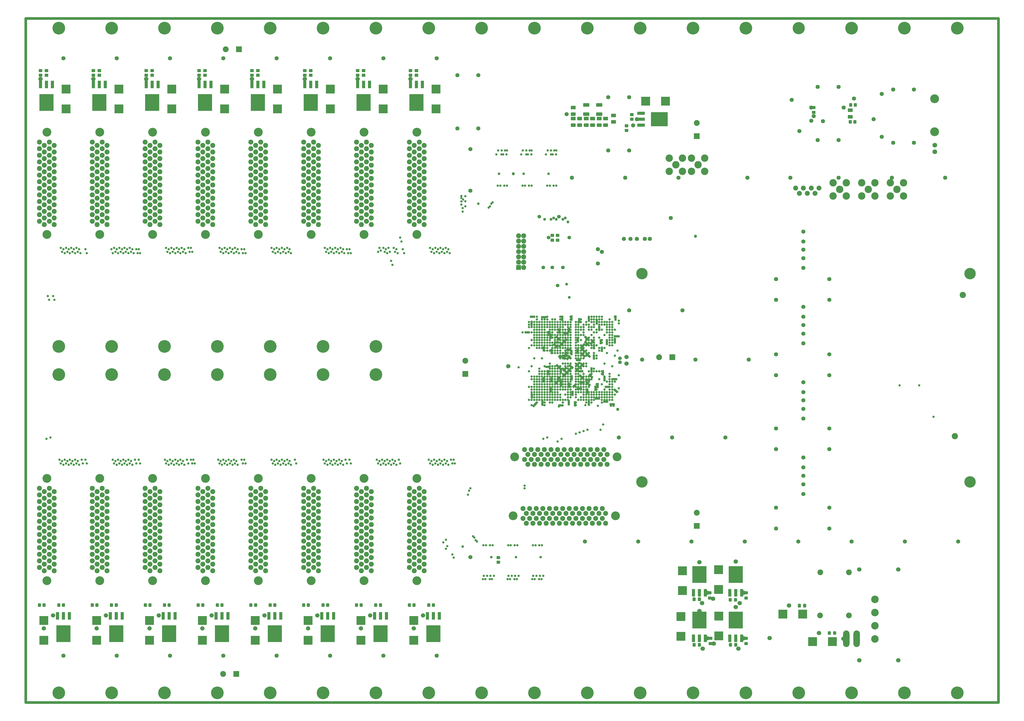
<source format=gts>
%FSAX43Y43*%
%MOMM*%
G71*
G01*
G75*
G04 Layer_Color=8388736*
%ADD10C,0.200*%
%ADD11R,0.500X0.600*%
%ADD12R,0.600X0.500*%
G04:AMPARAMS|DCode=13|XSize=0.5mm|YSize=0.6mm|CornerRadius=0mm|HoleSize=0mm|Usage=FLASHONLY|Rotation=225.000|XOffset=0mm|YOffset=0mm|HoleType=Round|Shape=Rectangle|*
%AMROTATEDRECTD13*
4,1,4,-0.035,0.389,0.389,-0.035,0.035,-0.389,-0.389,0.035,-0.035,0.389,0.0*
%
%ADD13ROTATEDRECTD13*%

G04:AMPARAMS|DCode=14|XSize=0.5mm|YSize=0.6mm|CornerRadius=0mm|HoleSize=0mm|Usage=FLASHONLY|Rotation=315.000|XOffset=0mm|YOffset=0mm|HoleType=Round|Shape=Rectangle|*
%AMROTATEDRECTD14*
4,1,4,-0.389,-0.035,0.035,0.389,0.389,0.035,-0.035,-0.389,-0.389,-0.035,0.0*
%
%ADD14ROTATEDRECTD14*%

%ADD15R,3.048X3.048*%
G04:AMPARAMS|DCode=16|XSize=1mm|YSize=2mm|CornerRadius=0.1mm|HoleSize=0mm|Usage=FLASHONLY|Rotation=270.000|XOffset=0mm|YOffset=0mm|HoleType=Round|Shape=RoundedRectangle|*
%AMROUNDEDRECTD16*
21,1,1.000,1.800,0,0,270.0*
21,1,0.800,2.000,0,0,270.0*
1,1,0.200,-0.900,-0.400*
1,1,0.200,-0.900,0.400*
1,1,0.200,0.900,0.400*
1,1,0.200,0.900,-0.400*
%
%ADD16ROUNDEDRECTD16*%
G04:AMPARAMS|DCode=17|XSize=1mm|YSize=1.5mm|CornerRadius=0.1mm|HoleSize=0mm|Usage=FLASHONLY|Rotation=270.000|XOffset=0mm|YOffset=0mm|HoleType=Round|Shape=RoundedRectangle|*
%AMROUNDEDRECTD17*
21,1,1.000,1.300,0,0,270.0*
21,1,0.800,1.500,0,0,270.0*
1,1,0.200,-0.650,-0.400*
1,1,0.200,-0.650,0.400*
1,1,0.200,0.650,0.400*
1,1,0.200,0.650,-0.400*
%
%ADD17ROUNDEDRECTD17*%
G04:AMPARAMS|DCode=18|XSize=0.8mm|YSize=1mm|CornerRadius=0.08mm|HoleSize=0mm|Usage=FLASHONLY|Rotation=270.000|XOffset=0mm|YOffset=0mm|HoleType=Round|Shape=RoundedRectangle|*
%AMROUNDEDRECTD18*
21,1,0.800,0.840,0,0,270.0*
21,1,0.640,1.000,0,0,270.0*
1,1,0.160,-0.420,-0.320*
1,1,0.160,-0.420,0.320*
1,1,0.160,0.420,0.320*
1,1,0.160,0.420,-0.320*
%
%ADD18ROUNDEDRECTD18*%
G04:AMPARAMS|DCode=19|XSize=0.8mm|YSize=1mm|CornerRadius=0.08mm|HoleSize=0mm|Usage=FLASHONLY|Rotation=0.000|XOffset=0mm|YOffset=0mm|HoleType=Round|Shape=RoundedRectangle|*
%AMROUNDEDRECTD19*
21,1,0.800,0.840,0,0,0.0*
21,1,0.640,1.000,0,0,0.0*
1,1,0.160,0.320,-0.420*
1,1,0.160,-0.320,-0.420*
1,1,0.160,-0.320,0.420*
1,1,0.160,0.320,0.420*
%
%ADD19ROUNDEDRECTD19*%
%ADD20R,0.762X2.540*%
%ADD21R,5.000X6.000*%
%ADD22R,2.540X0.762*%
%ADD23R,6.000X5.000*%
%ADD24R,3.048X3.048*%
%ADD25O,0.305X1.016*%
%ADD26O,0.813X0.305*%
%ADD27O,1.016X0.305*%
%ADD28O,0.305X0.813*%
%ADD29O,2.100X6.000*%
%ADD30O,2.100X6.000*%
%ADD31C,0.120*%
%ADD32C,0.150*%
%ADD33C,1.524*%
%ADD34C,0.508*%
%ADD35C,0.500*%
%ADD36C,1.000*%
%ADD37C,1.016*%
%ADD38C,1.160*%
%ADD39C,0.254*%
%ADD40C,0.175*%
%ADD41C,0.400*%
%ADD42C,0.300*%
%ADD43R,1.850X1.850*%
%ADD44C,1.850*%
%ADD45R,1.850X1.850*%
%ADD46C,4.000*%
%ADD47C,4.500*%
%ADD48C,1.500*%
%ADD49R,1.500X1.500*%
%ADD50C,1.524*%
%ADD51C,3.000*%
%ADD52C,2.500*%
%ADD53C,1.422*%
%ADD54C,2.438*%
%ADD55C,0.600*%
%ADD56C,1.200*%
%ADD57C,0.500*%
%ADD58C,0.800*%
%ADD59C,1.000*%
%ADD60C,0.900*%
%ADD61C,1.270*%
%ADD62C,0.700*%
%ADD63C,1.300*%
%ADD64C,1.800*%
%ADD65C,2.000*%
G04:AMPARAMS|DCode=66|XSize=1.7mm|YSize=1.7mm|CornerRadius=0mm|HoleSize=0mm|Usage=FLASHONLY|Rotation=0.000|XOffset=0mm|YOffset=0mm|HoleType=Round|Shape=Relief|Width=0.15mm|Gap=0.15mm|Entries=4|*
%AMTHD66*
7,0,0,1.700,1.400,0.150,45*
%
%ADD66THD66*%
G04:AMPARAMS|DCode=67|XSize=3.6mm|YSize=3.6mm|CornerRadius=0mm|HoleSize=0mm|Usage=FLASHONLY|Rotation=0.000|XOffset=0mm|YOffset=0mm|HoleType=Round|Shape=Relief|Width=0.15mm|Gap=0.15mm|Entries=4|*
%AMTHD67*
7,0,0,3.600,3.300,0.150,45*
%
%ADD67THD67*%
G04:AMPARAMS|DCode=68|XSize=3.4mm|YSize=3.4mm|CornerRadius=0mm|HoleSize=0mm|Usage=FLASHONLY|Rotation=0.000|XOffset=0mm|YOffset=0mm|HoleType=Round|Shape=Relief|Width=0.15mm|Gap=0.15mm|Entries=4|*
%AMTHD68*
7,0,0,3.400,3.100,0.150,45*
%
%ADD68THD68*%
%ADD69C,1.400*%
G04:AMPARAMS|DCode=70|XSize=1.5mm|YSize=1.5mm|CornerRadius=0mm|HoleSize=0mm|Usage=FLASHONLY|Rotation=0.000|XOffset=0mm|YOffset=0mm|HoleType=Round|Shape=Relief|Width=0.15mm|Gap=0.15mm|Entries=4|*
%AMTHD70*
7,0,0,1.500,1.200,0.150,45*
%
%ADD70THD70*%
%ADD71C,2.800*%
%ADD72C,2.300*%
%ADD73C,3.500*%
G04:AMPARAMS|DCode=74|XSize=1.4128mm|YSize=1.4128mm|CornerRadius=0mm|HoleSize=0mm|Usage=FLASHONLY|Rotation=0.000|XOffset=0mm|YOffset=0mm|HoleType=Round|Shape=Relief|Width=0.15mm|Gap=0.15mm|Entries=4|*
%AMTHD74*
7,0,0,1.413,1.113,0.150,45*
%
%ADD74THD74*%
%ADD75C,1.313*%
G04:AMPARAMS|DCode=76|XSize=1.9208mm|YSize=1.9208mm|CornerRadius=0mm|HoleSize=0mm|Usage=FLASHONLY|Rotation=0.000|XOffset=0mm|YOffset=0mm|HoleType=Round|Shape=Relief|Width=0.15mm|Gap=0.15mm|Entries=4|*
%AMTHD76*
7,0,0,1.921,1.621,0.150,45*
%
%ADD76THD76*%
%ADD77C,1.821*%
G04:AMPARAMS|DCode=78|XSize=0.9mm|YSize=0.9mm|CornerRadius=0mm|HoleSize=0mm|Usage=FLASHONLY|Rotation=0.000|XOffset=0mm|YOffset=0mm|HoleType=Round|Shape=Relief|Width=0.15mm|Gap=0.15mm|Entries=4|*
%AMTHD78*
7,0,0,0.900,0.600,0.150,45*
%
%ADD78THD78*%
%ADD79C,0.800*%
%ADD80C,0.750*%
G04:AMPARAMS|DCode=81|XSize=1.4mm|YSize=1.4mm|CornerRadius=0mm|HoleSize=0mm|Usage=FLASHONLY|Rotation=0.000|XOffset=0mm|YOffset=0mm|HoleType=Round|Shape=Relief|Width=0.15mm|Gap=0.15mm|Entries=4|*
%AMTHD81*
7,0,0,1.400,1.100,0.150,45*
%
%ADD81THD81*%
G04:AMPARAMS|DCode=82|XSize=1.3mm|YSize=1.3mm|CornerRadius=0mm|HoleSize=0mm|Usage=FLASHONLY|Rotation=0.000|XOffset=0mm|YOffset=0mm|HoleType=Round|Shape=Relief|Width=0.15mm|Gap=0.15mm|Entries=4|*
%AMTHD82*
7,0,0,1.300,1.000,0.150,45*
%
%ADD82THD82*%
%ADD83C,0.900*%
G04:AMPARAMS|DCode=84|XSize=0.85mm|YSize=0.85mm|CornerRadius=0mm|HoleSize=0mm|Usage=FLASHONLY|Rotation=0.000|XOffset=0mm|YOffset=0mm|HoleType=Round|Shape=Relief|Width=0.15mm|Gap=0.15mm|Entries=4|*
%AMTHD84*
7,0,0,0.850,0.550,0.150,45*
%
%ADD84THD84*%
%ADD85C,1.100*%
%ADD86C,1.000*%
G04:AMPARAMS|DCode=87|XSize=1.3112mm|YSize=1.3112mm|CornerRadius=0mm|HoleSize=0mm|Usage=FLASHONLY|Rotation=0.000|XOffset=0mm|YOffset=0mm|HoleType=Round|Shape=Relief|Width=0.15mm|Gap=0.15mm|Entries=4|*
%AMTHD87*
7,0,0,1.311,1.011,0.150,45*
%
%ADD87THD87*%
%ADD88C,1.211*%
G04:AMPARAMS|DCode=89|XSize=1.8mm|YSize=1.8mm|CornerRadius=0mm|HoleSize=0mm|Usage=FLASHONLY|Rotation=0.000|XOffset=0mm|YOffset=0mm|HoleType=Round|Shape=Relief|Width=0.15mm|Gap=0.15mm|Entries=4|*
%AMTHD89*
7,0,0,1.800,1.500,0.150,45*
%
%ADD89THD89*%
%ADD90C,1.700*%
%ADD91C,1.770*%
%ADD92C,1.600*%
%ADD93C,3.300*%
G04:AMPARAMS|DCode=94|XSize=1.2mm|YSize=1.2mm|CornerRadius=0mm|HoleSize=0mm|Usage=FLASHONLY|Rotation=0.000|XOffset=0mm|YOffset=0mm|HoleType=Round|Shape=Relief|Width=0.15mm|Gap=0.15mm|Entries=4|*
%AMTHD94*
7,0,0,1.200,0.900,0.150,45*
%
%ADD94THD94*%
%ADD95R,1.650X0.300*%
%ADD96R,0.300X1.650*%
%ADD97O,1.270X0.762*%
%ADD98R,1.270X0.762*%
%ADD99O,0.300X1.700*%
%ADD100O,1.600X0.250*%
%ADD101O,0.250X1.600*%
%ADD102R,0.250X1.600*%
%ADD103O,0.508X1.778*%
%ADD104R,0.508X1.778*%
%ADD105R,1.500X1.600*%
G04:AMPARAMS|DCode=106|XSize=1.6mm|YSize=1.5mm|CornerRadius=0mm|HoleSize=0mm|Usage=FLASHONLY|Rotation=270.000|XOffset=0mm|YOffset=0mm|HoleType=Round|Shape=Octagon|*
%AMOCTAGOND106*
4,1,8,-0.375,-0.800,0.375,-0.800,0.750,-0.425,0.750,0.425,0.375,0.800,-0.375,0.800,-0.750,0.425,-0.750,-0.425,-0.375,-0.800,0.0*
%
%ADD106OCTAGOND106*%

%ADD107R,4.600X0.610*%
%ADD108R,4.600X0.810*%
%ADD109O,1.778X0.381*%
%ADD110R,1.778X0.381*%
%ADD111C,0.305*%
%ADD112C,0.250*%
%ADD113C,0.203*%
%ADD114R,0.900X1.000*%
%ADD115R,1.000X0.900*%
G04:AMPARAMS|DCode=116|XSize=0.9mm|YSize=1mm|CornerRadius=0mm|HoleSize=0mm|Usage=FLASHONLY|Rotation=225.000|XOffset=0mm|YOffset=0mm|HoleType=Round|Shape=Rectangle|*
%AMROTATEDRECTD116*
4,1,4,-0.035,0.672,0.672,-0.035,0.035,-0.672,-0.672,0.035,-0.035,0.672,0.0*
%
%ADD116ROTATEDRECTD116*%

G04:AMPARAMS|DCode=117|XSize=0.9mm|YSize=1mm|CornerRadius=0mm|HoleSize=0mm|Usage=FLASHONLY|Rotation=315.000|XOffset=0mm|YOffset=0mm|HoleType=Round|Shape=Rectangle|*
%AMROTATEDRECTD117*
4,1,4,-0.672,-0.035,0.035,0.672,0.672,0.035,-0.035,-0.672,-0.672,-0.035,0.0*
%
%ADD117ROTATEDRECTD117*%

%ADD118R,3.448X3.448*%
G04:AMPARAMS|DCode=119|XSize=1.4mm|YSize=2.4mm|CornerRadius=0.3mm|HoleSize=0mm|Usage=FLASHONLY|Rotation=270.000|XOffset=0mm|YOffset=0mm|HoleType=Round|Shape=RoundedRectangle|*
%AMROUNDEDRECTD119*
21,1,1.400,1.800,0,0,270.0*
21,1,0.800,2.400,0,0,270.0*
1,1,0.600,-0.900,-0.400*
1,1,0.600,-0.900,0.400*
1,1,0.600,0.900,0.400*
1,1,0.600,0.900,-0.400*
%
%ADD119ROUNDEDRECTD119*%
G04:AMPARAMS|DCode=120|XSize=1.4mm|YSize=1.9mm|CornerRadius=0.3mm|HoleSize=0mm|Usage=FLASHONLY|Rotation=270.000|XOffset=0mm|YOffset=0mm|HoleType=Round|Shape=RoundedRectangle|*
%AMROUNDEDRECTD120*
21,1,1.400,1.300,0,0,270.0*
21,1,0.800,1.900,0,0,270.0*
1,1,0.600,-0.650,-0.400*
1,1,0.600,-0.650,0.400*
1,1,0.600,0.650,0.400*
1,1,0.600,0.650,-0.400*
%
%ADD120ROUNDEDRECTD120*%
G04:AMPARAMS|DCode=121|XSize=1.2mm|YSize=1.4mm|CornerRadius=0.28mm|HoleSize=0mm|Usage=FLASHONLY|Rotation=270.000|XOffset=0mm|YOffset=0mm|HoleType=Round|Shape=RoundedRectangle|*
%AMROUNDEDRECTD121*
21,1,1.200,0.840,0,0,270.0*
21,1,0.640,1.400,0,0,270.0*
1,1,0.560,-0.420,-0.320*
1,1,0.560,-0.420,0.320*
1,1,0.560,0.420,0.320*
1,1,0.560,0.420,-0.320*
%
%ADD121ROUNDEDRECTD121*%
G04:AMPARAMS|DCode=122|XSize=1.2mm|YSize=1.4mm|CornerRadius=0.28mm|HoleSize=0mm|Usage=FLASHONLY|Rotation=0.000|XOffset=0mm|YOffset=0mm|HoleType=Round|Shape=RoundedRectangle|*
%AMROUNDEDRECTD122*
21,1,1.200,0.840,0,0,0.0*
21,1,0.640,1.400,0,0,0.0*
1,1,0.560,0.320,-0.420*
1,1,0.560,-0.320,-0.420*
1,1,0.560,-0.320,0.420*
1,1,0.560,0.320,0.420*
%
%ADD122ROUNDEDRECTD122*%
%ADD123R,1.162X2.940*%
%ADD124R,5.400X6.400*%
%ADD125R,2.940X1.162*%
%ADD126R,6.400X5.400*%
%ADD127R,3.448X3.448*%
%ADD128O,0.705X1.416*%
%ADD129O,1.213X0.705*%
%ADD130O,1.416X0.705*%
%ADD131O,0.705X1.213*%
%ADD132O,2.500X6.400*%
%ADD133O,2.500X6.400*%
%ADD134R,2.250X2.250*%
%ADD135C,2.250*%
%ADD136R,2.250X2.250*%
%ADD137C,4.400*%
%ADD138C,4.900*%
%ADD139C,4.703*%
%ADD140C,1.900*%
%ADD141R,1.900X1.900*%
%ADD142C,1.924*%
%ADD143C,3.400*%
%ADD144C,2.900*%
%ADD145C,1.822*%
%ADD146C,2.838*%
%ADD147C,1.670*%
%ADD148C,1.100*%
%ADD149C,2.200*%
%ADD150C,2.400*%
G54D36*
X0025000Y0025000D02*
Y0288350D01*
X0399000D01*
Y0025000D02*
Y0288350D01*
X0025000Y0025000D02*
X0399000D01*
G54D56*
X0212500Y0228550D02*
D03*
X0252600Y0137900D02*
D03*
X0282500Y0204500D02*
D03*
G54D69*
X0222500Y0212000D02*
D03*
X0230000D02*
D03*
X0253500Y0157500D02*
D03*
Y0156000D02*
D03*
X0229500Y0185500D02*
D03*
X0234000Y0204000D02*
D03*
X0226000D02*
D03*
X0231500Y0192500D02*
D03*
X0227500D02*
D03*
X0224000D02*
D03*
G54D83*
X0242500Y0168500D02*
D03*
X0243500Y0167500D02*
D03*
X0225000Y0236000D02*
D03*
X0227600D02*
D03*
X0228900D02*
D03*
X0225650Y0237500D02*
D03*
X0226950Y0236000D02*
D03*
X0227000Y0237500D02*
D03*
X0228250D02*
D03*
X0229000D02*
D03*
X0215500Y0236000D02*
D03*
X0218100D02*
D03*
X0219400D02*
D03*
X0216150Y0237500D02*
D03*
X0217450Y0236000D02*
D03*
X0217500Y0237500D02*
D03*
X0218750D02*
D03*
X0219500D02*
D03*
X0210000D02*
D03*
X0209250D02*
D03*
X0208000D02*
D03*
X0207950Y0236000D02*
D03*
X0206650Y0237500D02*
D03*
X0209900Y0236000D02*
D03*
X0208600D02*
D03*
X0206000D02*
D03*
X0203000Y0215500D02*
D03*
X0203500Y0216000D02*
D03*
X0204000Y0217000D02*
D03*
X0204500Y0217500D02*
D03*
X0229000Y0224000D02*
D03*
X0228000D02*
D03*
X0226500D02*
D03*
X0225500D02*
D03*
X0216000D02*
D03*
X0217000D02*
D03*
X0218500D02*
D03*
X0219500D02*
D03*
X0206500D02*
D03*
X0207500D02*
D03*
X0209000D02*
D03*
X0210000D02*
D03*
X0216800Y0108500D02*
D03*
Y0107500D02*
D03*
X0243500Y0141500D02*
D03*
Y0142500D02*
D03*
Y0143500D02*
D03*
Y0144500D02*
D03*
X0246500Y0140500D02*
D03*
X0247500Y0142500D02*
D03*
X0250000Y0139200D02*
D03*
X0251000D02*
D03*
X0249500Y0142500D02*
D03*
X0251500Y0143500D02*
D03*
X0250500Y0144500D02*
D03*
Y0145500D02*
D03*
Y0146500D02*
D03*
Y0143500D02*
D03*
X0249500D02*
D03*
X0250500Y0141500D02*
D03*
X0248500Y0142500D02*
D03*
X0247500Y0143500D02*
D03*
X0248500Y0143500D02*
D03*
X0247500Y0141500D02*
D03*
X0249500Y0141500D02*
D03*
X0253000Y0146000D02*
D03*
X0246500Y0141500D02*
D03*
X0246500Y0142500D02*
D03*
X0245500Y0143500D02*
D03*
X0245500Y0142500D02*
D03*
X0246500Y0143500D02*
D03*
X0248500Y0141500D02*
D03*
X0250500Y0142500D02*
D03*
X0249500Y0144500D02*
D03*
X0248500Y0144500D02*
D03*
X0247500D02*
D03*
X0249500Y0145500D02*
D03*
X0247500D02*
D03*
X0246500Y0144500D02*
D03*
X0245000Y0139200D02*
D03*
X0237500Y0141500D02*
D03*
X0239500Y0144500D02*
D03*
X0237500Y0158500D02*
D03*
Y0162500D02*
D03*
Y0160500D02*
D03*
X0237500Y0166500D02*
D03*
Y0168500D02*
D03*
X0245500Y0172500D02*
D03*
X0246500Y0173500D02*
D03*
X0246500Y0172500D02*
D03*
X0240500Y0162500D02*
D03*
Y0160500D02*
D03*
Y0158500D02*
D03*
Y0165500D02*
D03*
Y0163500D02*
D03*
Y0159500D02*
D03*
X0245500Y0171500D02*
D03*
X0246500D02*
D03*
X0248500D02*
D03*
X0253000Y0172000D02*
D03*
X0245500Y0173500D02*
D03*
X0250500Y0171500D02*
D03*
Y0170500D02*
D03*
X0253000Y0171000D02*
D03*
X0247500Y0171500D02*
D03*
X0249500Y0170500D02*
D03*
X0250500Y0169500D02*
D03*
Y0168500D02*
D03*
X0251500Y0168500D02*
D03*
X0249500Y0168500D02*
D03*
Y0167500D02*
D03*
Y0169500D02*
D03*
X0250500Y0167500D02*
D03*
Y0166500D02*
D03*
Y0165500D02*
D03*
Y0164500D02*
D03*
X0245500Y0170500D02*
D03*
X0220000Y0085500D02*
D03*
X0221000D02*
D03*
X0222500D02*
D03*
X0223500D02*
D03*
X0210500D02*
D03*
X0211500D02*
D03*
X0213000D02*
D03*
X0214000D02*
D03*
X0234500Y0164500D02*
D03*
X0233500Y0142500D02*
D03*
X0231500Y0145500D02*
D03*
Y0146500D02*
D03*
Y0148500D02*
D03*
X0229500Y0146500D02*
D03*
Y0147500D02*
D03*
X0230500Y0146500D02*
D03*
Y0148500D02*
D03*
X0236500Y0147500D02*
D03*
X0237500D02*
D03*
X0236500Y0145500D02*
D03*
X0236500Y0146500D02*
D03*
X0237500Y0148500D02*
D03*
Y0149500D02*
D03*
Y0144500D02*
D03*
X0238500D02*
D03*
X0237500Y0145500D02*
D03*
X0238500Y0146500D02*
D03*
Y0147500D02*
D03*
Y0148500D02*
D03*
X0237500Y0146500D02*
D03*
X0239500Y0147500D02*
D03*
X0240500D02*
D03*
X0239500Y0146500D02*
D03*
Y0148500D02*
D03*
X0238500Y0149500D02*
D03*
X0239500D02*
D03*
Y0150500D02*
D03*
X0240500Y0149500D02*
D03*
Y0146500D02*
D03*
X0231500Y0147500D02*
D03*
Y0149500D02*
D03*
X0233500Y0145500D02*
D03*
X0232500Y0148500D02*
D03*
X0233500Y0146500D02*
D03*
Y0148500D02*
D03*
X0234500D02*
D03*
Y0147500D02*
D03*
X0236500Y0148500D02*
D03*
X0248500Y0170500D02*
D03*
X0204500Y0085500D02*
D03*
X0203500D02*
D03*
X0202000D02*
D03*
X0201000D02*
D03*
X0197000Y0089000D02*
D03*
X0197500Y0088500D02*
D03*
X0198000Y0087500D02*
D03*
X0198500Y0087000D02*
D03*
X0238500Y0166500D02*
D03*
X0234500Y0169500D02*
D03*
X0245500Y0144500D02*
D03*
X0244500Y0143500D02*
D03*
Y0144500D02*
D03*
X0242500Y0142500D02*
D03*
Y0143500D02*
D03*
Y0144500D02*
D03*
X0241500Y0143500D02*
D03*
Y0144500D02*
D03*
X0240500Y0142500D02*
D03*
Y0143500D02*
D03*
X0239500D02*
D03*
Y0142500D02*
D03*
X0234500Y0142500D02*
D03*
X0236500Y0144500D02*
D03*
X0234500Y0145500D02*
D03*
X0238500Y0168500D02*
D03*
X0232500Y0155500D02*
D03*
X0233500Y0154500D02*
D03*
X0232500D02*
D03*
X0216000Y0167500D02*
D03*
X0224500Y0161500D02*
D03*
Y0160500D02*
D03*
X0225500Y0161500D02*
D03*
Y0160500D02*
D03*
X0224500Y0162500D02*
D03*
X0226500Y0160500D02*
D03*
X0224500Y0169500D02*
D03*
Y0170500D02*
D03*
X0224500Y0171500D02*
D03*
X0033500Y0181500D02*
D03*
X0034000Y0180000D02*
D03*
X0165500Y0195000D02*
D03*
X0218500Y0167500D02*
D03*
X0167500Y0199500D02*
D03*
X0168000Y0198000D02*
D03*
X0085500Y0198500D02*
D03*
X0084500Y0198000D02*
D03*
X0083500Y0198500D02*
D03*
X0082500Y0198000D02*
D03*
X0081500Y0198500D02*
D03*
X0080500Y0198000D02*
D03*
X0079500Y0198500D02*
D03*
X0085000Y0200000D02*
D03*
X0086000Y0199500D02*
D03*
X0084000D02*
D03*
X0083000Y0200000D02*
D03*
X0082000Y0199500D02*
D03*
X0081000Y0200000D02*
D03*
X0080000Y0199500D02*
D03*
X0079000Y0200000D02*
D03*
X0086500Y0198000D02*
D03*
X0106000Y0198500D02*
D03*
X0105000Y0198000D02*
D03*
X0104000Y0198500D02*
D03*
X0103000Y0198000D02*
D03*
X0102000Y0198500D02*
D03*
X0101000Y0198000D02*
D03*
X0100000Y0198500D02*
D03*
X0105500Y0200000D02*
D03*
X0106500Y0199500D02*
D03*
X0104500D02*
D03*
X0103500Y0200000D02*
D03*
X0102500Y0199500D02*
D03*
X0101500Y0200000D02*
D03*
X0100500Y0199500D02*
D03*
X0099500Y0200000D02*
D03*
X0107000Y0198000D02*
D03*
X0126000Y0198500D02*
D03*
X0125000Y0198000D02*
D03*
X0124000Y0198500D02*
D03*
X0123000Y0198000D02*
D03*
X0122000Y0198500D02*
D03*
X0121000Y0198000D02*
D03*
X0120000Y0198500D02*
D03*
X0125500Y0200000D02*
D03*
X0126500Y0199500D02*
D03*
X0124500D02*
D03*
X0123500Y0200000D02*
D03*
X0122500Y0199500D02*
D03*
X0121500Y0200000D02*
D03*
X0120500Y0199500D02*
D03*
X0119500Y0200000D02*
D03*
X0127000Y0198000D02*
D03*
X0146500Y0198500D02*
D03*
X0145500Y0198000D02*
D03*
X0144500Y0198500D02*
D03*
X0143500Y0198000D02*
D03*
X0142500Y0198500D02*
D03*
X0141500Y0198000D02*
D03*
X0140500Y0198500D02*
D03*
X0146000Y0200000D02*
D03*
X0147000Y0199500D02*
D03*
X0145000D02*
D03*
X0144000Y0200000D02*
D03*
X0143000Y0199500D02*
D03*
X0142000Y0200000D02*
D03*
X0141000Y0199500D02*
D03*
X0140000Y0200000D02*
D03*
X0147500Y0198000D02*
D03*
X0167000Y0198500D02*
D03*
X0166000Y0193500D02*
D03*
X0165000Y0198500D02*
D03*
X0164000Y0198000D02*
D03*
X0163000Y0198500D02*
D03*
X0161000Y0200000D02*
D03*
X0166500D02*
D03*
X0164500D02*
D03*
X0163500Y0199500D02*
D03*
X0162500Y0200000D02*
D03*
X0161500Y0199000D02*
D03*
X0160500Y0198500D02*
D03*
X0187000D02*
D03*
X0186000Y0198000D02*
D03*
X0185000Y0198500D02*
D03*
X0184000Y0198000D02*
D03*
X0183000Y0198500D02*
D03*
X0182000Y0198000D02*
D03*
X0181000Y0198500D02*
D03*
X0186500Y0200000D02*
D03*
X0187500Y0199500D02*
D03*
X0185500D02*
D03*
X0184500Y0200000D02*
D03*
X0183500Y0199500D02*
D03*
X0182500Y0200000D02*
D03*
X0181500Y0199500D02*
D03*
X0180500Y0200000D02*
D03*
X0188000Y0198000D02*
D03*
X0065500Y0198500D02*
D03*
X0064500Y0198000D02*
D03*
X0063500Y0198500D02*
D03*
X0062500Y0198000D02*
D03*
X0061500Y0198500D02*
D03*
X0060500Y0198000D02*
D03*
X0059500Y0198500D02*
D03*
X0065000Y0200000D02*
D03*
X0066000Y0199500D02*
D03*
X0064000D02*
D03*
X0063000Y0200000D02*
D03*
X0062000Y0199500D02*
D03*
X0061000Y0200000D02*
D03*
X0060000Y0199500D02*
D03*
X0059000Y0200000D02*
D03*
X0066500Y0198000D02*
D03*
X0045000Y0198500D02*
D03*
X0044000Y0198000D02*
D03*
X0043000Y0198500D02*
D03*
X0042000Y0198000D02*
D03*
X0041000Y0198500D02*
D03*
X0040000Y0198000D02*
D03*
X0039000Y0198500D02*
D03*
X0044500Y0200000D02*
D03*
X0045500Y0199500D02*
D03*
X0043500D02*
D03*
X0042500Y0200000D02*
D03*
X0041500Y0199500D02*
D03*
X0040500Y0200000D02*
D03*
X0039500Y0199500D02*
D03*
X0038500Y0200000D02*
D03*
X0046000Y0198000D02*
D03*
X0218500Y0170500D02*
D03*
Y0169500D02*
D03*
X0219500D02*
D03*
Y0162500D02*
D03*
Y0164500D02*
D03*
X0232500Y0146500D02*
D03*
X0233500Y0150500D02*
D03*
Y0151500D02*
D03*
X0232500Y0143500D02*
D03*
Y0145500D02*
D03*
X0233500Y0141500D02*
D03*
X0227500Y0140500D02*
D03*
Y0141500D02*
D03*
X0228500D02*
D03*
X0229500D02*
D03*
X0230500Y0145500D02*
D03*
Y0141500D02*
D03*
X0231500D02*
D03*
X0226500D02*
D03*
X0225500D02*
D03*
Y0142500D02*
D03*
X0224500Y0140500D02*
D03*
X0227500Y0144500D02*
D03*
X0226500Y0142500D02*
D03*
X0226500Y0140500D02*
D03*
X0224500Y0139500D02*
D03*
Y0142500D02*
D03*
X0222500Y0141500D02*
D03*
X0221500Y0140500D02*
D03*
X0223500Y0142500D02*
D03*
Y0141500D02*
D03*
X0224500D02*
D03*
X0222500Y0142500D02*
D03*
Y0143500D02*
D03*
Y0144500D02*
D03*
X0223500Y0145500D02*
D03*
X0224500Y0146500D02*
D03*
Y0147500D02*
D03*
Y0148500D02*
D03*
Y0149500D02*
D03*
X0226500D02*
D03*
X0227500D02*
D03*
X0222500Y0145500D02*
D03*
X0224500Y0143500D02*
D03*
X0190000Y0117000D02*
D03*
X0189500Y0118500D02*
D03*
X0189000Y0117000D02*
D03*
X0188500Y0118500D02*
D03*
X0168975Y0117000D02*
D03*
X0168475Y0118500D02*
D03*
X0087000D02*
D03*
X0067000D02*
D03*
X0108000D02*
D03*
X0148500Y0117000D02*
D03*
X0148000Y0118500D02*
D03*
X0160000D02*
D03*
X0160500Y0117000D02*
D03*
X0234500Y0160500D02*
D03*
X0233500D02*
D03*
Y0159500D02*
D03*
X0234500D02*
D03*
X0233500Y0147500D02*
D03*
X0230500D02*
D03*
X0233500Y0149500D02*
D03*
X0234500D02*
D03*
X0237500Y0150500D02*
D03*
X0239500Y0141500D02*
D03*
X0238500D02*
D03*
Y0142500D02*
D03*
X0239500Y0145500D02*
D03*
X0238500D02*
D03*
X0240500D02*
D03*
Y0144500D02*
D03*
X0241500Y0146500D02*
D03*
Y0142500D02*
D03*
X0240500Y0141500D02*
D03*
X0241500D02*
D03*
X0242500Y0140500D02*
D03*
X0240500D02*
D03*
X0240200Y0139500D02*
D03*
X0244500Y0142500D02*
D03*
X0242500Y0141500D02*
D03*
X0234500Y0162500D02*
D03*
X0233500D02*
D03*
Y0161500D02*
D03*
X0234500D02*
D03*
X0231000Y0126500D02*
D03*
X0234500Y0146500D02*
D03*
X0229500Y0145500D02*
D03*
Y0144500D02*
D03*
X0228500D02*
D03*
X0229500Y0143500D02*
D03*
X0227500D02*
D03*
Y0145500D02*
D03*
X0228500Y0142500D02*
D03*
X0229500D02*
D03*
X0230000Y0139000D02*
D03*
X0231500Y0140500D02*
D03*
X0232500Y0147500D02*
D03*
X0232500Y0149500D02*
D03*
X0230500D02*
D03*
X0232500Y0152500D02*
D03*
Y0151500D02*
D03*
Y0150500D02*
D03*
X0230500Y0143500D02*
D03*
X0228500Y0145500D02*
D03*
Y0143500D02*
D03*
X0227500Y0142500D02*
D03*
X0228500Y0146500D02*
D03*
Y0147500D02*
D03*
X0225500Y0146500D02*
D03*
Y0147500D02*
D03*
X0236500Y0139500D02*
D03*
X0225500Y0127000D02*
D03*
X0236500Y0163500D02*
D03*
Y0162500D02*
D03*
X0237500Y0161500D02*
D03*
X0236500D02*
D03*
Y0160500D02*
D03*
Y0159500D02*
D03*
X0233500Y0163500D02*
D03*
X0234500D02*
D03*
X0232500Y0161500D02*
D03*
X0231500D02*
D03*
X0232500Y0149500D02*
D03*
X0229500Y0148500D02*
D03*
X0231500Y0150500D02*
D03*
Y0151500D02*
D03*
X0230500Y0150500D02*
D03*
X0232500Y0162500D02*
D03*
Y0163500D02*
D03*
X0240500Y0148500D02*
D03*
X0043000Y0118000D02*
D03*
X0043500Y0116500D02*
D03*
X0041000Y0118000D02*
D03*
X0041500Y0116500D02*
D03*
X0040000Y0118500D02*
D03*
X0040500Y0117000D02*
D03*
X0039000Y0118000D02*
D03*
X0039500Y0116500D02*
D03*
X0038000Y0118500D02*
D03*
X0038500Y0117000D02*
D03*
X0251500Y0163500D02*
D03*
X0250500Y0163500D02*
D03*
X0253000Y0166000D02*
D03*
Y0151000D02*
D03*
X0251500Y0148500D02*
D03*
X0218500Y0171500D02*
D03*
X0219500Y0173500D02*
D03*
X0251500Y0158500D02*
D03*
X0252500Y0160500D02*
D03*
X0249500Y0172500D02*
D03*
X0220500Y0173500D02*
D03*
X0222500Y0171500D02*
D03*
X0218500Y0161500D02*
D03*
X0251500Y0173500D02*
D03*
X0250500Y0154500D02*
D03*
Y0149500D02*
D03*
Y0148500D02*
D03*
Y0147500D02*
D03*
X0243500Y0153500D02*
D03*
Y0152500D02*
D03*
X0244500Y0145500D02*
D03*
Y0146500D02*
D03*
Y0147500D02*
D03*
Y0152500D02*
D03*
X0245500Y0149500D02*
D03*
Y0152500D02*
D03*
X0246500Y0147500D02*
D03*
Y0152500D02*
D03*
Y0151500D02*
D03*
X0247500Y0150500D02*
D03*
Y0155500D02*
D03*
X0248500Y0148500D02*
D03*
X0249500Y0146500D02*
D03*
Y0147500D02*
D03*
Y0148500D02*
D03*
Y0149500D02*
D03*
Y0150500D02*
D03*
Y0151500D02*
D03*
X0242500D02*
D03*
Y0150500D02*
D03*
Y0149500D02*
D03*
X0241500Y0152500D02*
D03*
Y0150500D02*
D03*
Y0149500D02*
D03*
Y0148500D02*
D03*
X0240500Y0154500D02*
D03*
Y0155500D02*
D03*
Y0150500D02*
D03*
X0239500Y0154500D02*
D03*
Y0155500D02*
D03*
X0238500Y0154500D02*
D03*
Y0155500D02*
D03*
X0237500Y0154500D02*
D03*
Y0155500D02*
D03*
X0236500Y0154500D02*
D03*
Y0155500D02*
D03*
X0249500Y0171500D02*
D03*
X0220500Y0157500D02*
D03*
Y0162500D02*
D03*
Y0163500D02*
D03*
Y0164500D02*
D03*
Y0165500D02*
D03*
Y0166500D02*
D03*
Y0167500D02*
D03*
Y0169500D02*
D03*
X0221500Y0161500D02*
D03*
Y0162500D02*
D03*
Y0163500D02*
D03*
Y0164500D02*
D03*
Y0165500D02*
D03*
Y0167500D02*
D03*
Y0168500D02*
D03*
Y0169500D02*
D03*
X0248500Y0169500D02*
D03*
X0222500Y0161500D02*
D03*
Y0162500D02*
D03*
Y0163500D02*
D03*
Y0164500D02*
D03*
Y0165500D02*
D03*
Y0166500D02*
D03*
Y0167500D02*
D03*
Y0168500D02*
D03*
Y0169500D02*
D03*
Y0170500D02*
D03*
X0244500Y0168500D02*
D03*
X0246500D02*
D03*
X0248500D02*
D03*
X0223500Y0157500D02*
D03*
Y0161500D02*
D03*
Y0162500D02*
D03*
Y0163500D02*
D03*
Y0164500D02*
D03*
Y0167500D02*
D03*
Y0169500D02*
D03*
X0244500Y0167500D02*
D03*
X0248500D02*
D03*
X0224500Y0165500D02*
D03*
Y0166500D02*
D03*
Y0167500D02*
D03*
Y0168500D02*
D03*
X0247500Y0166500D02*
D03*
X0249500D02*
D03*
X0243500Y0165500D02*
D03*
X0245500D02*
D03*
X0249500D02*
D03*
X0226500Y0165500D02*
D03*
Y0166500D02*
D03*
X0238500Y0164500D02*
D03*
X0242500D02*
D03*
X0243500D02*
D03*
X0246500D02*
D03*
X0248500D02*
D03*
X0249500D02*
D03*
X0227500Y0161500D02*
D03*
Y0162500D02*
D03*
Y0163500D02*
D03*
Y0165500D02*
D03*
Y0166500D02*
D03*
Y0168500D02*
D03*
X0242500Y0163500D02*
D03*
X0243500D02*
D03*
X0246500D02*
D03*
X0249500D02*
D03*
X0228500Y0162500D02*
D03*
Y0163500D02*
D03*
Y0164500D02*
D03*
Y0165500D02*
D03*
Y0166500D02*
D03*
Y0169500D02*
D03*
Y0170500D02*
D03*
Y0171500D02*
D03*
X0239500Y0162500D02*
D03*
X0238500D02*
D03*
X0242500D02*
D03*
X0244500D02*
D03*
X0249500D02*
D03*
X0250500D02*
D03*
X0229500Y0161500D02*
D03*
Y0163500D02*
D03*
Y0164500D02*
D03*
Y0165500D02*
D03*
Y0167500D02*
D03*
Y0169500D02*
D03*
X0239500Y0161500D02*
D03*
X0238500D02*
D03*
X0242500D02*
D03*
X0245500D02*
D03*
X0247500D02*
D03*
X0230500Y0157500D02*
D03*
Y0160500D02*
D03*
Y0161500D02*
D03*
Y0162500D02*
D03*
Y0164500D02*
D03*
Y0165500D02*
D03*
Y0166500D02*
D03*
Y0167500D02*
D03*
X0238500Y0160500D02*
D03*
X0245500D02*
D03*
X0231500Y0157500D02*
D03*
Y0162500D02*
D03*
Y0166500D02*
D03*
Y0167500D02*
D03*
X0239500Y0159500D02*
D03*
X0238500D02*
D03*
X0237500D02*
D03*
X0243500D02*
D03*
X0248500D02*
D03*
X0232500Y0157500D02*
D03*
Y0160500D02*
D03*
X0239500Y0158500D02*
D03*
X0238500D02*
D03*
X0236500D02*
D03*
X0244500D02*
D03*
X0233500Y0157500D02*
D03*
X0239500D02*
D03*
X0238500D02*
D03*
X0237500D02*
D03*
X0236500D02*
D03*
X0244500D02*
D03*
X0234500D02*
D03*
X0193000Y0214000D02*
D03*
X0361000Y0147100D02*
D03*
X0368500D02*
D03*
X0374000Y0135000D02*
D03*
X0193000Y0215350D02*
D03*
X0236500Y0150500D02*
D03*
Y0153500D02*
D03*
Y0152500D02*
D03*
Y0151500D02*
D03*
X0237500Y0152500D02*
D03*
Y0151500D02*
D03*
X0238500Y0153500D02*
D03*
X0239500Y0151500D02*
D03*
X0048500Y0117000D02*
D03*
X0048000Y0118500D02*
D03*
X0059000Y0117000D02*
D03*
X0058500Y0118500D02*
D03*
X0060000Y0116500D02*
D03*
X0059500Y0118000D02*
D03*
X0061000Y0117000D02*
D03*
X0060500Y0118500D02*
D03*
X0034500Y0127000D02*
D03*
X0033000Y0126500D02*
D03*
X0042500Y0117000D02*
D03*
X0042000Y0118500D02*
D03*
X0044500Y0117000D02*
D03*
X0044000Y0118500D02*
D03*
X0045500Y0116500D02*
D03*
X0045000Y0118000D02*
D03*
X0047000Y0117000D02*
D03*
X0046500Y0118500D02*
D03*
X0241500Y0147500D02*
D03*
X0236500Y0149500D02*
D03*
X0231500Y0153500D02*
D03*
X0232500D02*
D03*
X0231500Y0155500D02*
D03*
X0234500Y0150500D02*
D03*
Y0151500D02*
D03*
Y0152500D02*
D03*
X0233500D02*
D03*
X0234500Y0153500D02*
D03*
X0233500D02*
D03*
Y0155500D02*
D03*
X0234500D02*
D03*
Y0154500D02*
D03*
X0225500Y0145500D02*
D03*
X0214500Y0154000D02*
D03*
X0222500Y0151500D02*
D03*
X0223500D02*
D03*
X0224500D02*
D03*
X0225500D02*
D03*
X0220500Y0150500D02*
D03*
X0222500D02*
D03*
X0220500Y0149500D02*
D03*
X0221500D02*
D03*
X0224500Y0145500D02*
D03*
X0221500D02*
D03*
X0220500D02*
D03*
X0223500Y0146500D02*
D03*
X0221500D02*
D03*
X0220500D02*
D03*
X0221500Y0147500D02*
D03*
X0220500D02*
D03*
X0221500Y0148500D02*
D03*
X0220500D02*
D03*
X0219500Y0149500D02*
D03*
X0218500Y0146500D02*
D03*
X0219500D02*
D03*
Y0145500D02*
D03*
X0221500Y0150500D02*
D03*
X0219500D02*
D03*
X0222500Y0149500D02*
D03*
Y0148500D02*
D03*
Y0147500D02*
D03*
Y0146500D02*
D03*
X0226500Y0151500D02*
D03*
X0222500Y0152500D02*
D03*
X0230500Y0154500D02*
D03*
Y0153500D02*
D03*
X0229500Y0154500D02*
D03*
X0223500Y0152500D02*
D03*
X0229500Y0153500D02*
D03*
Y0150500D02*
D03*
X0230500Y0151500D02*
D03*
Y0152500D02*
D03*
X0226500Y0145500D02*
D03*
Y0148500D02*
D03*
X0225500Y0150500D02*
D03*
Y0148500D02*
D03*
X0226500Y0150500D02*
D03*
X0229500Y0149500D02*
D03*
X0224500Y0152500D02*
D03*
X0227500Y0151500D02*
D03*
X0229500D02*
D03*
Y0152500D02*
D03*
X0218500Y0152500D02*
D03*
X0219500Y0154500D02*
D03*
X0227500Y0146500D02*
D03*
X0226500D02*
D03*
Y0147500D02*
D03*
X0228500Y0148500D02*
D03*
X0227500D02*
D03*
Y0147500D02*
D03*
X0228500Y0149500D02*
D03*
Y0150500D02*
D03*
Y0151500D02*
D03*
X0227500Y0150500D02*
D03*
Y0152500D02*
D03*
X0226500D02*
D03*
X0228500Y0154500D02*
D03*
X0226500Y0153500D02*
D03*
X0222500D02*
D03*
X0226500Y0154500D02*
D03*
Y0155500D02*
D03*
X0227500Y0154500D02*
D03*
Y0153500D02*
D03*
X0228500D02*
D03*
Y0152500D02*
D03*
X0225500D02*
D03*
X0224500Y0150500D02*
D03*
X0223500D02*
D03*
X0225500Y0149500D02*
D03*
X0223500D02*
D03*
Y0148500D02*
D03*
Y0147500D02*
D03*
X0120000Y0117000D02*
D03*
X0119500Y0118500D02*
D03*
X0121000Y0116500D02*
D03*
X0120500Y0118000D02*
D03*
X0122000Y0117000D02*
D03*
X0121500Y0118500D02*
D03*
X0123000Y0116500D02*
D03*
X0122500Y0118000D02*
D03*
X0125000Y0116500D02*
D03*
X0124500Y0118000D02*
D03*
X0126000Y0117000D02*
D03*
X0125500Y0118500D02*
D03*
X0127000Y0116500D02*
D03*
X0126500Y0118000D02*
D03*
X0123500Y0118500D02*
D03*
X0124000Y0117000D02*
D03*
X0140000D02*
D03*
X0139500Y0118500D02*
D03*
X0141000Y0116500D02*
D03*
X0140500Y0118000D02*
D03*
X0142000Y0117000D02*
D03*
X0141500Y0118500D02*
D03*
X0143000Y0116500D02*
D03*
X0142500Y0118000D02*
D03*
X0145000Y0116500D02*
D03*
X0144500Y0118000D02*
D03*
X0146000Y0117000D02*
D03*
X0145500Y0118500D02*
D03*
X0147000Y0116500D02*
D03*
X0146500Y0118000D02*
D03*
X0143500Y0118500D02*
D03*
X0144000Y0117000D02*
D03*
X0230500Y0142500D02*
D03*
X0218500Y0141500D02*
D03*
X0219500Y0141500D02*
D03*
X0220500Y0142500D02*
D03*
X0219500Y0139500D02*
D03*
X0221500Y0142500D02*
D03*
Y0141500D02*
D03*
X0220500D02*
D03*
X0225500Y0143500D02*
D03*
X0219500Y0144500D02*
D03*
X0220500Y0144500D02*
D03*
X0221500D02*
D03*
X0223500D02*
D03*
X0224500D02*
D03*
X0226500D02*
D03*
X0220500Y0143500D02*
D03*
X0221500D02*
D03*
X0223500D02*
D03*
X0226500D02*
D03*
X0225500Y0144500D02*
D03*
X0087500Y0117000D02*
D03*
X0236500Y0142500D02*
D03*
X0236500Y0140500D02*
D03*
X0234500Y0144500D02*
D03*
X0196000Y0107500D02*
D03*
X0195000Y0105000D02*
D03*
X0164500Y0117000D02*
D03*
X0164000Y0118500D02*
D03*
X0167000Y0118000D02*
D03*
X0167500Y0116500D02*
D03*
X0166000Y0118500D02*
D03*
X0166500Y0117000D02*
D03*
X0165000Y0118000D02*
D03*
X0165500Y0116500D02*
D03*
X0163000Y0118000D02*
D03*
X0163500Y0116500D02*
D03*
X0162000Y0118500D02*
D03*
X0162500Y0117000D02*
D03*
X0161000Y0118000D02*
D03*
X0161500Y0116500D02*
D03*
X0180000Y0118500D02*
D03*
X0180500Y0117000D02*
D03*
X0181500Y0116500D02*
D03*
X0182500Y0117000D02*
D03*
X0183500Y0116500D02*
D03*
X0187500D02*
D03*
X0186500Y0117000D02*
D03*
X0185500Y0116500D02*
D03*
X0184500Y0117000D02*
D03*
X0187000Y0118000D02*
D03*
X0186000Y0118500D02*
D03*
X0185000Y0118000D02*
D03*
X0184000Y0118500D02*
D03*
X0183000Y0118000D02*
D03*
X0182000Y0118500D02*
D03*
X0181000Y0118000D02*
D03*
X0067500Y0117000D02*
D03*
X0061500Y0118000D02*
D03*
X0062000Y0116500D02*
D03*
X0063000Y0117000D02*
D03*
X0062500Y0118500D02*
D03*
X0068500D02*
D03*
X0069000Y0117000D02*
D03*
X0065500Y0118000D02*
D03*
X0066000Y0116500D02*
D03*
X0064500Y0118500D02*
D03*
X0065000Y0117000D02*
D03*
X0063500Y0118000D02*
D03*
X0064000Y0116500D02*
D03*
X0189500Y0080830D02*
D03*
X0189000Y0082000D02*
D03*
X0086000Y0116500D02*
D03*
X0078500Y0118500D02*
D03*
X0079500Y0118000D02*
D03*
X0080500Y0118500D02*
D03*
X0081500Y0118000D02*
D03*
X0082500Y0118500D02*
D03*
X0083500Y0118000D02*
D03*
X0085500D02*
D03*
X0084500Y0118500D02*
D03*
X0079000Y0117000D02*
D03*
X0080000Y0116500D02*
D03*
X0081000Y0117000D02*
D03*
X0082000Y0116500D02*
D03*
X0083000Y0117000D02*
D03*
X0084000Y0116500D02*
D03*
X0085000Y0117000D02*
D03*
X0106500Y0116500D02*
D03*
X0101000Y0118500D02*
D03*
X0103000D02*
D03*
X0105000D02*
D03*
X0106000Y0118000D02*
D03*
X0104000D02*
D03*
X0102000D02*
D03*
X0099000Y0118500D02*
D03*
X0100000Y0118000D02*
D03*
X0099500Y0117000D02*
D03*
X0100500Y0116500D02*
D03*
X0101500Y0117000D02*
D03*
X0102500Y0116500D02*
D03*
X0103500Y0117000D02*
D03*
X0104500Y0116500D02*
D03*
X0105500Y0117000D02*
D03*
X0089000D02*
D03*
X0088500Y0118500D02*
D03*
X0090000Y0117000D02*
D03*
X0089500Y0118500D02*
D03*
X0108500Y0117000D02*
D03*
X0109500D02*
D03*
X0109000Y0118500D02*
D03*
X0129000Y0117000D02*
D03*
X0128500Y0118500D02*
D03*
X0229500Y0125500D02*
D03*
X0224000Y0126500D02*
D03*
X0238000Y0129000D02*
D03*
X0236500Y0128500D02*
D03*
X0241000Y0130000D02*
D03*
X0239500Y0129500D02*
D03*
X0247000Y0132000D02*
D03*
X0246000Y0130000D02*
D03*
X0195500Y0106500D02*
D03*
X0149500Y0118500D02*
D03*
X0150000Y0117000D02*
D03*
X0221500Y0173500D02*
D03*
X0036000Y0180000D02*
D03*
X0035500Y0181500D02*
D03*
X0088000Y0198500D02*
D03*
X0087500Y0200000D02*
D03*
X0089000Y0198500D02*
D03*
X0088500Y0200000D02*
D03*
X0149000Y0198000D02*
D03*
X0148500Y0199500D02*
D03*
X0150000Y0198000D02*
D03*
X0149500Y0199500D02*
D03*
X0048500Y0198000D02*
D03*
X0048000Y0199500D02*
D03*
X0058500Y0198000D02*
D03*
X0058000Y0199500D02*
D03*
X0068000Y0198000D02*
D03*
X0067500Y0199500D02*
D03*
X0069000Y0198000D02*
D03*
X0068500Y0199500D02*
D03*
X0108500Y0198000D02*
D03*
X0108000Y0199500D02*
D03*
X0109500Y0198000D02*
D03*
X0109000Y0199500D02*
D03*
X0170500Y0198000D02*
D03*
X0170000Y0199500D02*
D03*
X0247500Y0170500D02*
D03*
X0246500D02*
D03*
X0169000Y0204000D02*
D03*
X0169500Y0202500D02*
D03*
X0224500Y0154500D02*
D03*
X0233500Y0144500D02*
D03*
Y0143500D02*
D03*
X0234500D02*
D03*
X0236500Y0143500D02*
D03*
X0232500Y0141500D02*
D03*
X0232500Y0167500D02*
D03*
X0237500Y0165500D02*
D03*
Y0167500D02*
D03*
X0239500D02*
D03*
X0238500Y0169500D02*
D03*
X0236500Y0171500D02*
D03*
X0234500Y0165500D02*
D03*
X0237500Y0169500D02*
D03*
X0236500D02*
D03*
Y0168500D02*
D03*
X0234500Y0167500D02*
D03*
X0236500Y0166500D02*
D03*
Y0167500D02*
D03*
X0186575Y0087675D02*
D03*
X0185575Y0086675D02*
D03*
X0187075Y0085175D02*
D03*
X0186575Y0084175D02*
D03*
X0201100Y0073800D02*
D03*
X0200800Y0072500D02*
D03*
X0203400D02*
D03*
X0203700Y0073800D02*
D03*
X0201700Y0072500D02*
D03*
X0202400Y0073800D02*
D03*
X0205000D02*
D03*
X0204300Y0072500D02*
D03*
X0213800D02*
D03*
X0214500Y0073800D02*
D03*
X0211900D02*
D03*
X0213200Y0073800D02*
D03*
X0212900Y0072500D02*
D03*
X0210600Y0073800D02*
D03*
X0223300Y0072500D02*
D03*
X0224000Y0073800D02*
D03*
X0221400D02*
D03*
X0220700Y0072500D02*
D03*
X0222700Y0073800D02*
D03*
X0222400Y0072500D02*
D03*
X0219800D02*
D03*
X0220100Y0073800D02*
D03*
X0210300Y0072500D02*
D03*
X0211200D02*
D03*
X0194000Y0216000D02*
D03*
X0193200Y0218600D02*
D03*
X0194000Y0219900D02*
D03*
X0192500Y0216650D02*
D03*
X0194000Y0217950D02*
D03*
X0192500Y0217900D02*
D03*
Y0219250D02*
D03*
Y0220000D02*
D03*
X0227500Y0170500D02*
D03*
Y0169500D02*
D03*
X0226500D02*
D03*
X0225500D02*
D03*
X0226500Y0167500D02*
D03*
X0227500D02*
D03*
X0226500Y0168500D02*
D03*
X0229500Y0166500D02*
D03*
X0230500Y0171500D02*
D03*
X0242500Y0166500D02*
D03*
X0239500Y0166500D02*
D03*
X0239500Y0168500D02*
D03*
X0240500Y0164500D02*
D03*
X0230500Y0173500D02*
D03*
X0232500Y0168500D02*
D03*
X0243500Y0172500D02*
D03*
Y0170500D02*
D03*
X0243500Y0169500D02*
D03*
X0242500Y0169500D02*
D03*
X0230500Y0163500D02*
D03*
X0231500D02*
D03*
Y0164500D02*
D03*
X0233500D02*
D03*
X0232500D02*
D03*
X0231500Y0165500D02*
D03*
X0232500Y0165500D02*
D03*
X0233500Y0167500D02*
D03*
X0232500Y0166500D02*
D03*
X0233500Y0168500D02*
D03*
X0233500Y0171500D02*
D03*
X0231500Y0168500D02*
D03*
Y0169500D02*
D03*
X0230500Y0170500D02*
D03*
X0233500Y0169500D02*
D03*
Y0170500D02*
D03*
Y0165500D02*
D03*
Y0166500D02*
D03*
X0234500D02*
D03*
X0236500Y0164500D02*
D03*
X0236500Y0165500D02*
D03*
X0238500Y0171500D02*
D03*
X0239500Y0170500D02*
D03*
X0239500Y0169500D02*
D03*
X0241500Y0159500D02*
D03*
Y0163500D02*
D03*
Y0165500D02*
D03*
Y0169500D02*
D03*
Y0162500D02*
D03*
Y0158500D02*
D03*
Y0170500D02*
D03*
Y0168500D02*
D03*
Y0164500D02*
D03*
X0242500Y0171500D02*
D03*
Y0172500D02*
D03*
X0244500Y0172500D02*
D03*
X0243500Y0171500D02*
D03*
X0244500Y0173500D02*
D03*
X0243500D02*
D03*
X0242500D02*
D03*
X0241500Y0173500D02*
D03*
X0240500Y0170500D02*
D03*
X0240500Y0171500D02*
D03*
X0237500Y0171500D02*
D03*
X0238500Y0172500D02*
D03*
X0237500Y0170500D02*
D03*
X0225500Y0163500D02*
D03*
Y0164500D02*
D03*
X0224500Y0163500D02*
D03*
Y0164500D02*
D03*
X0223500Y0165500D02*
D03*
X0221500Y0166500D02*
D03*
X0223500D02*
D03*
X0219500Y0167500D02*
D03*
X0220500Y0168500D02*
D03*
X0221500Y0170500D02*
D03*
X0229500Y0171500D02*
D03*
X0230500Y0172500D02*
D03*
Y0168500D02*
D03*
Y0169500D02*
D03*
X0236500Y0170500D02*
D03*
X0234500Y0170500D02*
D03*
Y0168500D02*
D03*
X0234500Y0172500D02*
D03*
Y0173500D02*
D03*
X0234500Y0171500D02*
D03*
X0232500Y0171500D02*
D03*
Y0170500D02*
D03*
X0228500Y0172500D02*
D03*
X0227500Y0171500D02*
D03*
X0226500Y0170500D02*
D03*
X0229500D02*
D03*
Y0159500D02*
D03*
X0231500Y0171500D02*
D03*
Y0170500D02*
D03*
X0230500Y0158500D02*
D03*
Y0159500D02*
D03*
X0231500Y0158500D02*
D03*
X0232500Y0159500D02*
D03*
Y0158500D02*
D03*
X0233500D02*
D03*
X0231500Y0159500D02*
D03*
X0227500Y0160500D02*
D03*
X0228500Y0159500D02*
D03*
X0227500D02*
D03*
X0229500Y0160500D02*
D03*
X0228500D02*
D03*
Y0161500D02*
D03*
X0229500Y0162500D02*
D03*
X0226500D02*
D03*
X0225500D02*
D03*
X0226500Y0163500D02*
D03*
Y0164500D02*
D03*
X0225500Y0165500D02*
D03*
Y0166500D02*
D03*
Y0167500D02*
D03*
X0223500Y0168500D02*
D03*
X0220500Y0170500D02*
D03*
X0219500Y0170500D02*
D03*
X0220500Y0171500D02*
D03*
X0221500D02*
D03*
Y0172500D02*
D03*
X0223500D02*
D03*
X0223500Y0170500D02*
D03*
X0223500Y0171500D02*
D03*
X0225500D02*
D03*
Y0173500D02*
D03*
Y0170500D02*
D03*
X0224500Y0172500D02*
D03*
X0225500D02*
D03*
X0226500Y0171500D02*
D03*
X0227500Y0172500D02*
D03*
X0228500Y0168500D02*
D03*
X0229500D02*
D03*
G54D86*
X0199000Y0217000D02*
D03*
X0207000Y0228550D02*
D03*
X0216500D02*
D03*
X0226000D02*
D03*
X0193000Y0085000D02*
D03*
X0204000Y0081000D02*
D03*
X0213500D02*
D03*
X0223000D02*
D03*
G54D90*
X0311000Y0049800D02*
D03*
X0287000Y0067240D02*
D03*
X0301000D02*
D03*
X0287000Y0049740D02*
D03*
X0301000D02*
D03*
X0284000Y0060240D02*
D03*
X0339400Y0049540D02*
D03*
X0284000Y0079000D02*
D03*
X0298000Y0079240D02*
D03*
Y0061740D02*
D03*
X0318500Y0062300D02*
D03*
X0330000Y0051740D02*
D03*
X0289500Y0047708D02*
D03*
X0299000Y0045740D02*
D03*
X0285300D02*
D03*
X0289310Y0064942D02*
D03*
X0299500Y0063240D02*
D03*
X0285000Y0063240D02*
D03*
X0345500Y0076240D02*
D03*
X0360500D02*
D03*
X0345500Y0041240D02*
D03*
X0360500D02*
D03*
G54D92*
X0245000Y0199500D02*
D03*
X0246500Y0198500D02*
D03*
X0253000Y0127000D02*
D03*
X0273500D02*
D03*
X0294000D02*
D03*
X0303000Y0157000D02*
D03*
X0282500D02*
D03*
X0262000D02*
D03*
X0199000Y0246000D02*
D03*
Y0266500D02*
D03*
X0191000Y0246000D02*
D03*
Y0266500D02*
D03*
X0337500Y0241500D02*
D03*
Y0262000D02*
D03*
X0329500Y0241500D02*
D03*
Y0262000D02*
D03*
X0366500Y0240500D02*
D03*
Y0261000D02*
D03*
X0358500Y0240500D02*
D03*
Y0261000D02*
D03*
X0249000Y0258000D02*
D03*
Y0237500D02*
D03*
X0257000Y0258000D02*
D03*
Y0237500D02*
D03*
X0334000Y0100000D02*
D03*
X0313500D02*
D03*
X0334000Y0092000D02*
D03*
X0313500D02*
D03*
X0334000Y0130500D02*
D03*
X0313500D02*
D03*
X0334000Y0122500D02*
D03*
X0313500D02*
D03*
X0334000Y0159000D02*
D03*
X0313500D02*
D03*
X0334000Y0151000D02*
D03*
X0313500D02*
D03*
Y0180000D02*
D03*
X0334000D02*
D03*
X0313500Y0188000D02*
D03*
X0334000D02*
D03*
X0257000Y0176000D02*
D03*
X0277500D02*
D03*
X0319000Y0227000D02*
D03*
X0302500D02*
D03*
X0322500Y0245000D02*
D03*
X0255500Y0227000D02*
D03*
X0235000D02*
D03*
X0276000D02*
D03*
X0337500D02*
D03*
X0358000D02*
D03*
X0378500D02*
D03*
X0260500Y0087000D02*
D03*
X0240000D02*
D03*
X0281000D02*
D03*
X0301500D02*
D03*
X0322000D02*
D03*
X0342500D02*
D03*
X0363000D02*
D03*
X0383500D02*
D03*
X0060000Y0273000D02*
D03*
X0039500D02*
D03*
X0080500D02*
D03*
X0101000D02*
D03*
X0121500D02*
D03*
X0142000D02*
D03*
X0162500D02*
D03*
X0183000D02*
D03*
Y0043000D02*
D03*
X0162500D02*
D03*
X0142000D02*
D03*
X0121500D02*
D03*
X0101000D02*
D03*
X0080500D02*
D03*
X0039500D02*
D03*
X0060000D02*
D03*
X0324000Y0196000D02*
D03*
X0324000Y0192300D02*
D03*
Y0206300D02*
D03*
Y0199300D02*
D03*
X0324000Y0202500D02*
D03*
X0324000Y0173500D02*
D03*
X0324000Y0167000D02*
D03*
X0324000Y0144500D02*
D03*
X0324000Y0138000D02*
D03*
X0324000Y0177300D02*
D03*
Y0170300D02*
D03*
Y0163300D02*
D03*
Y0134300D02*
D03*
Y0141300D02*
D03*
Y0148300D02*
D03*
Y0119300D02*
D03*
Y0112300D02*
D03*
Y0105300D02*
D03*
X0324000Y0115500D02*
D03*
X0324000Y0109000D02*
D03*
X0232960Y0251500D02*
D03*
X0265000Y0203500D02*
D03*
X0263000D02*
D03*
X0319500Y0257000D02*
D03*
X0343500Y0257500D02*
D03*
X0354119Y0242796D02*
D03*
Y0259306D02*
D03*
X0350997Y0249580D02*
D03*
X0260000Y0203500D02*
D03*
X0258500Y0247200D02*
D03*
X0260000Y0249500D02*
D03*
X0273000Y0211500D02*
D03*
X0255000Y0203500D02*
D03*
X0331500Y0248776D02*
D03*
X0339500Y0254000D02*
D03*
X0327000Y0248920D02*
D03*
Y0254000D02*
D03*
X0257500Y0203500D02*
D03*
X0328000Y0250700D02*
D03*
X0245000Y0194000D02*
D03*
X0196000Y0238000D02*
D03*
Y0081000D02*
D03*
Y0222000D02*
D03*
G54D114*
X0219600Y0142500D02*
D03*
Y0143500D02*
D03*
X0230800Y0152300D02*
D03*
Y0153300D02*
D03*
X0233800Y0140900D02*
D03*
Y0139900D02*
D03*
X0244600Y0171000D02*
D03*
Y0172000D02*
D03*
X0234900Y0150500D02*
D03*
Y0149500D02*
D03*
X0230800Y0148300D02*
D03*
Y0147300D02*
D03*
X0233800Y0168800D02*
D03*
Y0167800D02*
D03*
X0248500Y0164100D02*
D03*
Y0163100D02*
D03*
X0223700Y0140700D02*
D03*
Y0139700D02*
D03*
X0243500Y0158500D02*
D03*
Y0157500D02*
D03*
X0245500Y0168500D02*
D03*
Y0169500D02*
D03*
X0225800Y0151500D02*
D03*
Y0152500D02*
D03*
X0226800Y0144800D02*
D03*
Y0145800D02*
D03*
X0241500Y0140700D02*
D03*
Y0139700D02*
D03*
X0235300Y0144500D02*
D03*
Y0143500D02*
D03*
X0251500Y0163900D02*
D03*
Y0164900D02*
D03*
X0237200Y0159700D02*
D03*
Y0160700D02*
D03*
X0244900Y0147500D02*
D03*
Y0146500D02*
D03*
X0246900Y0151400D02*
D03*
Y0152400D02*
D03*
X0240900Y0145400D02*
D03*
Y0144400D02*
D03*
X0227200Y0160600D02*
D03*
Y0159600D02*
D03*
X0226200Y0167600D02*
D03*
Y0166600D02*
D03*
X0226800Y0165500D02*
D03*
Y0166500D02*
D03*
X0224200Y0148700D02*
D03*
Y0149700D02*
D03*
X0251800Y0173500D02*
D03*
Y0172500D02*
D03*
X0233800Y0146600D02*
D03*
Y0147600D02*
D03*
X0224200Y0160600D02*
D03*
Y0161600D02*
D03*
X0246100Y0163400D02*
D03*
Y0164400D02*
D03*
X0232200Y0158500D02*
D03*
Y0157500D02*
D03*
X0227200Y0148700D02*
D03*
Y0149700D02*
D03*
X0242500Y0152500D02*
D03*
Y0153500D02*
D03*
X0246500Y0160500D02*
D03*
Y0161500D02*
D03*
X0230200Y0167500D02*
D03*
Y0168500D02*
D03*
X0237300Y0165000D02*
D03*
Y0164000D02*
D03*
X0247500Y0149100D02*
D03*
Y0150100D02*
D03*
X0243500Y0161500D02*
D03*
Y0162500D02*
D03*
X0236200Y0139500D02*
D03*
Y0140500D02*
D03*
X0244100Y0146500D02*
D03*
Y0145500D02*
D03*
X0231300Y0172400D02*
D03*
Y0173400D02*
D03*
X0219500Y0171500D02*
D03*
Y0170500D02*
D03*
X0232800Y0158500D02*
D03*
Y0159500D02*
D03*
X0234800Y0173500D02*
D03*
Y0172500D02*
D03*
X0241500Y0172100D02*
D03*
Y0173100D02*
D03*
X0237800Y0172500D02*
D03*
Y0171500D02*
D03*
X0234800Y0160200D02*
D03*
Y0159200D02*
D03*
G54D115*
X0230300Y0139400D02*
D03*
X0231300D02*
D03*
X0223700Y0173300D02*
D03*
X0224700D02*
D03*
X0228600Y0163600D02*
D03*
X0229600D02*
D03*
X0237900Y0152500D02*
D03*
X0238900D02*
D03*
X0240600Y0149200D02*
D03*
X0241600D02*
D03*
X0239400Y0148200D02*
D03*
X0238400D02*
D03*
X0252600Y0166000D02*
D03*
X0251600D02*
D03*
X0238000Y0156800D02*
D03*
X0237000D02*
D03*
X0238400Y0145800D02*
D03*
X0237400D02*
D03*
X0218300Y0167500D02*
D03*
X0217300D02*
D03*
X0232300Y0167200D02*
D03*
X0233300D02*
D03*
X0231300Y0158200D02*
D03*
X0230300D02*
D03*
X0234300Y0160800D02*
D03*
X0233300D02*
D03*
X0250000Y0139800D02*
D03*
X0251000D02*
D03*
X0249100Y0146500D02*
D03*
X0248100D02*
D03*
X0219300Y0173500D02*
D03*
X0220300D02*
D03*
X0251900Y0149500D02*
D03*
X0250900D02*
D03*
X0225300Y0154200D02*
D03*
X0226300D02*
D03*
X0245300Y0142000D02*
D03*
X0244300D02*
D03*
X0248500Y0140800D02*
D03*
X0247500D02*
D03*
G54D116*
X0234346Y0154654D02*
D03*
X0235054Y0153946D02*
D03*
X0240946Y0147954D02*
D03*
X0241654Y0147246D02*
D03*
X0241946Y0151054D02*
D03*
X0242654Y0150346D02*
D03*
X0229946Y0149954D02*
D03*
X0230654Y0149246D02*
D03*
X0238954Y0150046D02*
D03*
X0238246Y0150754D02*
D03*
X0230054Y0154046D02*
D03*
X0229346Y0154754D02*
D03*
X0229054Y0162046D02*
D03*
X0228346Y0162754D02*
D03*
X0240946Y0158954D02*
D03*
X0241654Y0158246D02*
D03*
X0239046Y0159054D02*
D03*
X0239754Y0158346D02*
D03*
X0239046Y0160954D02*
D03*
X0239754Y0160246D02*
D03*
X0240954Y0162946D02*
D03*
X0240246Y0163654D02*
D03*
X0229246Y0165654D02*
D03*
X0229954Y0164946D02*
D03*
X0240246Y0165654D02*
D03*
X0240954Y0164946D02*
D03*
X0252254Y0144646D02*
D03*
X0251546Y0145354D02*
D03*
G54D117*
X0232046Y0150946D02*
D03*
X0232754Y0151654D02*
D03*
X0228946Y0148046D02*
D03*
X0229654Y0148754D02*
D03*
X0231946Y0152946D02*
D03*
X0232654Y0153654D02*
D03*
X0234054Y0152954D02*
D03*
X0233346Y0152246D02*
D03*
X0220346Y0139246D02*
D03*
X0221054Y0139954D02*
D03*
X0239054Y0154954D02*
D03*
X0238346Y0154246D02*
D03*
X0237046Y0154946D02*
D03*
X0237754Y0155654D02*
D03*
X0231054Y0162954D02*
D03*
X0230346Y0162246D02*
D03*
X0232046Y0163946D02*
D03*
X0232754Y0164654D02*
D03*
X0238946Y0162046D02*
D03*
X0239654Y0162754D02*
D03*
X0234054Y0158054D02*
D03*
X0233346Y0157346D02*
D03*
X0243054Y0163954D02*
D03*
X0242346Y0163246D02*
D03*
X0235646Y0146646D02*
D03*
X0236354Y0147354D02*
D03*
X0236793Y0152793D02*
D03*
X0237500Y0153500D02*
D03*
G54D118*
X0162420Y0261120D02*
D03*
Y0253500D02*
D03*
X0142100Y0261120D02*
D03*
Y0253500D02*
D03*
X0121780Y0261120D02*
D03*
Y0253500D02*
D03*
X0133600Y0049000D02*
D03*
Y0056620D02*
D03*
X0182740Y0261120D02*
D03*
Y0253500D02*
D03*
X0052320Y0049000D02*
D03*
Y0056620D02*
D03*
X0072640Y0049000D02*
D03*
Y0056620D02*
D03*
X0092960Y0049000D02*
D03*
Y0056620D02*
D03*
X0113280Y0049000D02*
D03*
Y0056620D02*
D03*
X0291396Y0068498D02*
D03*
Y0076118D02*
D03*
X0276900Y0050520D02*
D03*
Y0058140D02*
D03*
X0277500Y0068120D02*
D03*
Y0075740D02*
D03*
X0291500Y0050620D02*
D03*
Y0058240D02*
D03*
X0032000Y0049000D02*
D03*
Y0056620D02*
D03*
X0153920Y0049000D02*
D03*
Y0056620D02*
D03*
X0174240Y0049000D02*
D03*
Y0056620D02*
D03*
X0040500Y0253500D02*
D03*
Y0261120D02*
D03*
X0060820Y0253500D02*
D03*
Y0261120D02*
D03*
X0081140Y0253500D02*
D03*
Y0261120D02*
D03*
X0101460Y0253500D02*
D03*
Y0261120D02*
D03*
G54D119*
X0245500Y0251500D02*
D03*
Y0255000D02*
D03*
X0240500Y0251500D02*
D03*
Y0255000D02*
D03*
G54D120*
X0235500Y0251500D02*
D03*
Y0254000D02*
D03*
X0251000Y0251000D02*
D03*
Y0248500D02*
D03*
X0238000Y0249794D02*
D03*
Y0247294D02*
D03*
X0243000Y0249794D02*
D03*
Y0247294D02*
D03*
X0248000Y0249794D02*
D03*
Y0247294D02*
D03*
X0342000Y0250500D02*
D03*
Y0253000D02*
D03*
X0235500Y0249794D02*
D03*
Y0247294D02*
D03*
X0240500Y0249794D02*
D03*
Y0247294D02*
D03*
X0245500Y0249794D02*
D03*
Y0247294D02*
D03*
G54D121*
X0229500Y0203000D02*
D03*
Y0204800D02*
D03*
X0227500Y0203000D02*
D03*
Y0204800D02*
D03*
X0328000Y0252200D02*
D03*
Y0254000D02*
D03*
X0172954Y0266486D02*
D03*
Y0268286D02*
D03*
X0152634Y0266486D02*
D03*
Y0268286D02*
D03*
X0132314Y0266486D02*
D03*
Y0268286D02*
D03*
X0111994Y0266486D02*
D03*
Y0268286D02*
D03*
X0030714Y0266486D02*
D03*
Y0268286D02*
D03*
X0175240Y0266484D02*
D03*
Y0268284D02*
D03*
X0154920Y0266484D02*
D03*
Y0268284D02*
D03*
X0134600Y0266484D02*
D03*
Y0268284D02*
D03*
X0114280Y0266484D02*
D03*
Y0268284D02*
D03*
X0093960Y0266484D02*
D03*
Y0268284D02*
D03*
X0033000Y0266486D02*
D03*
Y0268286D02*
D03*
X0071354D02*
D03*
Y0266486D02*
D03*
X0053320Y0268286D02*
D03*
Y0266486D02*
D03*
X0051034Y0268286D02*
D03*
Y0266486D02*
D03*
X0073640Y0268286D02*
D03*
Y0266486D02*
D03*
X0091674Y0268286D02*
D03*
Y0266486D02*
D03*
X0256000Y0245200D02*
D03*
Y0247000D02*
D03*
X0258000Y0251300D02*
D03*
Y0249500D02*
D03*
X0206700Y0080800D02*
D03*
Y0079000D02*
D03*
G54D122*
X0344000Y0255000D02*
D03*
X0342200D02*
D03*
X0181740Y0062500D02*
D03*
X0179940D02*
D03*
X0172503D02*
D03*
X0174303D02*
D03*
X0161400D02*
D03*
X0159600D02*
D03*
X0120780D02*
D03*
X0118980D02*
D03*
X0111600D02*
D03*
X0113400D02*
D03*
X0100500D02*
D03*
X0098700D02*
D03*
X0091300D02*
D03*
X0093100D02*
D03*
X0080140D02*
D03*
X0078340D02*
D03*
X0071000D02*
D03*
X0072800D02*
D03*
X0059800D02*
D03*
X0058000D02*
D03*
X0050600D02*
D03*
X0052400D02*
D03*
X0039500D02*
D03*
X0037700D02*
D03*
X0030300D02*
D03*
X0032100D02*
D03*
X0154000D02*
D03*
X0152200D02*
D03*
X0139300D02*
D03*
X0141100D02*
D03*
X0133700D02*
D03*
X0131900D02*
D03*
X0343800Y0248500D02*
D03*
X0342000D02*
D03*
G54D123*
X0071354Y0262900D02*
D03*
X0075926D02*
D03*
X0073640D02*
D03*
X0172954Y0262898D02*
D03*
X0177526D02*
D03*
X0175240D02*
D03*
X0152634D02*
D03*
X0157206D02*
D03*
X0154920D02*
D03*
X0132314D02*
D03*
X0136886D02*
D03*
X0134600D02*
D03*
X0111994D02*
D03*
X0116566D02*
D03*
X0114280D02*
D03*
X0091674D02*
D03*
X0096246D02*
D03*
X0093960D02*
D03*
X0051034Y0262900D02*
D03*
X0055606D02*
D03*
X0053320D02*
D03*
X0030714D02*
D03*
X0035286D02*
D03*
X0033000D02*
D03*
X0179454Y0058398D02*
D03*
X0184026D02*
D03*
X0181740D02*
D03*
X0159134D02*
D03*
X0163706D02*
D03*
X0161420D02*
D03*
X0138814D02*
D03*
X0143386D02*
D03*
X0141100D02*
D03*
X0286286Y0067240D02*
D03*
X0281714D02*
D03*
X0284000D02*
D03*
X0059820Y0058398D02*
D03*
X0062106D02*
D03*
X0057534D02*
D03*
X0080140D02*
D03*
X0082426D02*
D03*
X0077854D02*
D03*
X0100460D02*
D03*
X0102746D02*
D03*
X0098174D02*
D03*
X0120780D02*
D03*
X0123066D02*
D03*
X0118494D02*
D03*
X0300286Y0067240D02*
D03*
X0295714D02*
D03*
X0298000D02*
D03*
X0286286Y0049740D02*
D03*
X0281714D02*
D03*
X0284000D02*
D03*
X0300286D02*
D03*
X0295714D02*
D03*
X0298000D02*
D03*
X0039500Y0058398D02*
D03*
X0041786D02*
D03*
X0037214D02*
D03*
G54D124*
X0073640Y0256000D02*
D03*
X0175240D02*
D03*
X0154920D02*
D03*
X0134600D02*
D03*
X0114280D02*
D03*
X0093960D02*
D03*
X0053320Y0256002D02*
D03*
X0033000Y0256000D02*
D03*
X0181740Y0051500D02*
D03*
X0161420D02*
D03*
X0141100D02*
D03*
X0284000Y0074240D02*
D03*
X0059820Y0051500D02*
D03*
X0080140D02*
D03*
X0100460D02*
D03*
X0120780D02*
D03*
X0298000Y0074240D02*
D03*
X0284000Y0056740D02*
D03*
X0298000D02*
D03*
X0039500Y0051500D02*
D03*
G54D125*
X0261602Y0247214D02*
D03*
Y0251786D02*
D03*
Y0249500D02*
D03*
G54D126*
X0268602D02*
D03*
G54D127*
X0263380Y0256500D02*
D03*
X0271000D02*
D03*
X0316080Y0059000D02*
D03*
X0323700D02*
D03*
X0335200Y0048440D02*
D03*
X0327580D02*
D03*
G54D128*
X0295587Y0064561D02*
D03*
X0296095D02*
D03*
X0298127D02*
D03*
X0297619D02*
D03*
X0295841D02*
D03*
X0297873D02*
D03*
X0281714Y0047240D02*
D03*
X0282222D02*
D03*
X0284254D02*
D03*
X0283746D02*
D03*
X0281968D02*
D03*
X0284000D02*
D03*
X0281714Y0064740D02*
D03*
X0282222D02*
D03*
X0284254D02*
D03*
X0283746D02*
D03*
X0281968D02*
D03*
X0284000D02*
D03*
X0295714Y0047240D02*
D03*
X0296222D02*
D03*
X0298254D02*
D03*
X0297746D02*
D03*
X0295968D02*
D03*
X0298000D02*
D03*
X0322214Y0062300D02*
D03*
X0322722D02*
D03*
X0324754D02*
D03*
X0324246D02*
D03*
X0322468D02*
D03*
X0324500D02*
D03*
X0333714Y0051740D02*
D03*
X0334222D02*
D03*
X0336254D02*
D03*
X0335746D02*
D03*
X0333968D02*
D03*
X0336000D02*
D03*
G54D129*
X0295841Y0064917D02*
D03*
Y0064205D02*
D03*
X0297873D02*
D03*
Y0064917D02*
D03*
X0281968Y0047596D02*
D03*
Y0046884D02*
D03*
X0284000D02*
D03*
Y0047596D02*
D03*
X0281968Y0065096D02*
D03*
Y0064384D02*
D03*
X0284000D02*
D03*
Y0065096D02*
D03*
X0295968Y0047596D02*
D03*
Y0046884D02*
D03*
X0298000D02*
D03*
Y0047596D02*
D03*
X0322468Y0062656D02*
D03*
Y0061944D02*
D03*
X0324500D02*
D03*
Y0062656D02*
D03*
X0333968Y0052096D02*
D03*
Y0051384D02*
D03*
X0336000D02*
D03*
Y0052096D02*
D03*
G54D130*
X0302000Y0047454D02*
D03*
Y0047962D02*
D03*
Y0049994D02*
D03*
Y0049486D02*
D03*
Y0047708D02*
D03*
Y0049740D02*
D03*
X0288000Y0064954D02*
D03*
Y0065462D02*
D03*
Y0067494D02*
D03*
Y0066986D02*
D03*
Y0065208D02*
D03*
Y0067240D02*
D03*
X0302000Y0064954D02*
D03*
Y0065462D02*
D03*
Y0067494D02*
D03*
Y0066986D02*
D03*
Y0065208D02*
D03*
Y0067240D02*
D03*
X0288300Y0047454D02*
D03*
Y0047962D02*
D03*
Y0049994D02*
D03*
Y0049486D02*
D03*
Y0047708D02*
D03*
Y0049740D02*
D03*
G54D131*
X0301644Y0047708D02*
D03*
X0302356D02*
D03*
Y0049740D02*
D03*
X0301644D02*
D03*
X0287644Y0065208D02*
D03*
X0288356D02*
D03*
Y0067240D02*
D03*
X0287644D02*
D03*
X0301644Y0065208D02*
D03*
X0302356D02*
D03*
Y0067240D02*
D03*
X0301644D02*
D03*
X0287944Y0047708D02*
D03*
X0288656D02*
D03*
Y0049740D02*
D03*
X0287944D02*
D03*
G54D132*
X0340500Y0049540D02*
D03*
G54D133*
X0344500D02*
D03*
G54D134*
X0194000Y0151500D02*
D03*
X0283000Y0243000D02*
D03*
Y0093000D02*
D03*
G54D135*
X0194000Y0156580D02*
D03*
X0268520Y0157900D02*
D03*
X0100920Y0036000D02*
D03*
X0101920Y0276500D02*
D03*
X0283000Y0248080D02*
D03*
Y0098080D02*
D03*
G54D136*
X0273600Y0157900D02*
D03*
X0106000Y0036000D02*
D03*
X0107000Y0276500D02*
D03*
G54D137*
X0261900Y0190100D02*
D03*
Y0109900D02*
D03*
X0388100D02*
D03*
Y0190100D02*
D03*
G54D138*
X0139300Y0028750D02*
D03*
X0118980D02*
D03*
X0098660D02*
D03*
X0078340D02*
D03*
X0058020D02*
D03*
X0159620D02*
D03*
X0179940D02*
D03*
X0200260D02*
D03*
X0037700D02*
D03*
X0322180D02*
D03*
X0301860D02*
D03*
X0281540D02*
D03*
X0220580D02*
D03*
X0240900D02*
D03*
X0261220D02*
D03*
X0342500D02*
D03*
X0362820D02*
D03*
X0383140D02*
D03*
X0159620Y0162100D02*
D03*
X0139300D02*
D03*
X0118980D02*
D03*
X0098660D02*
D03*
X0078340Y0151250D02*
D03*
Y0162100D02*
D03*
X0058020Y0151250D02*
D03*
X0037700D02*
D03*
Y0162100D02*
D03*
X0058020D02*
D03*
X0383140Y0284600D02*
D03*
X0342500D02*
D03*
X0362820D02*
D03*
X0261220D02*
D03*
X0220580D02*
D03*
X0240900D02*
D03*
X0281540D02*
D03*
X0301860D02*
D03*
X0037700D02*
D03*
X0200260D02*
D03*
X0179940D02*
D03*
X0159620D02*
D03*
X0118980D02*
D03*
X0098660D02*
D03*
X0078340D02*
D03*
X0058020D02*
D03*
X0139300D02*
D03*
X0098660Y0151250D02*
D03*
X0118980D02*
D03*
X0139300D02*
D03*
X0159620D02*
D03*
G54D139*
X0322180Y0284600D02*
D03*
G54D140*
X0216500Y0204660D02*
D03*
X0214500Y0204700D02*
D03*
X0216500Y0202620D02*
D03*
X0214500Y0202660D02*
D03*
X0216500Y0200580D02*
D03*
X0214500Y0200620D02*
D03*
X0216500Y0198540D02*
D03*
X0214500Y0198580D02*
D03*
X0216500Y0196500D02*
D03*
X0214500Y0196540D02*
D03*
X0216500Y0194500D02*
D03*
X0214500Y0194540D02*
D03*
X0216500Y0192500D02*
D03*
X0324000Y0223000D02*
D03*
X0321000D02*
D03*
X0322500Y0221000D02*
D03*
X0325500D02*
D03*
X0330000Y0223000D02*
D03*
X0327000D02*
D03*
X0328500Y0221000D02*
D03*
G54D141*
X0214500Y0192500D02*
D03*
G54D142*
X0217520Y0097810D02*
D03*
X0248000D02*
D03*
X0245460D02*
D03*
X0242920D02*
D03*
X0240380D02*
D03*
X0237840D02*
D03*
X0235300D02*
D03*
X0232760D02*
D03*
X0230220D02*
D03*
X0227680D02*
D03*
X0225140D02*
D03*
X0222600D02*
D03*
X0220060D02*
D03*
X0218790Y0099715D02*
D03*
X0221330D02*
D03*
X0223870D02*
D03*
X0226410D02*
D03*
X0228950D02*
D03*
X0231490D02*
D03*
X0234030D02*
D03*
X0236570D02*
D03*
X0239110D02*
D03*
X0241650D02*
D03*
X0244190D02*
D03*
X0246730D02*
D03*
X0216250D02*
D03*
Y0095905D02*
D03*
X0246730D02*
D03*
X0244190D02*
D03*
X0241650D02*
D03*
X0239110D02*
D03*
X0236570D02*
D03*
X0234030D02*
D03*
X0231490D02*
D03*
X0228950D02*
D03*
X0226410D02*
D03*
X0223870D02*
D03*
X0221330D02*
D03*
X0218790D02*
D03*
X0220060Y0094000D02*
D03*
X0222600D02*
D03*
X0225140D02*
D03*
X0227680D02*
D03*
X0230220D02*
D03*
X0232760D02*
D03*
X0235300D02*
D03*
X0237840D02*
D03*
X0240380D02*
D03*
X0242920D02*
D03*
X0245460D02*
D03*
X0248000D02*
D03*
X0217520D02*
D03*
X0218040Y0120500D02*
D03*
X0248520D02*
D03*
X0245980D02*
D03*
X0243440D02*
D03*
X0240900D02*
D03*
X0238360D02*
D03*
X0235820D02*
D03*
X0233280D02*
D03*
X0230740D02*
D03*
X0228200D02*
D03*
X0225660D02*
D03*
X0223120D02*
D03*
X0220580D02*
D03*
X0219310Y0122405D02*
D03*
X0221850D02*
D03*
X0224390D02*
D03*
X0226930D02*
D03*
X0229470D02*
D03*
X0232010D02*
D03*
X0234550D02*
D03*
X0237090D02*
D03*
X0239630D02*
D03*
X0242170D02*
D03*
X0244710D02*
D03*
X0247250D02*
D03*
X0216770D02*
D03*
Y0118595D02*
D03*
X0247250D02*
D03*
X0244710D02*
D03*
X0242170D02*
D03*
X0239630D02*
D03*
X0237090D02*
D03*
X0234550D02*
D03*
X0232010D02*
D03*
X0229470D02*
D03*
X0226930D02*
D03*
X0224390D02*
D03*
X0221850D02*
D03*
X0219310D02*
D03*
X0220580Y0116690D02*
D03*
X0223120D02*
D03*
X0225660D02*
D03*
X0228200D02*
D03*
X0230740D02*
D03*
X0233280D02*
D03*
X0235820D02*
D03*
X0238360D02*
D03*
X0240900D02*
D03*
X0243440D02*
D03*
X0245980D02*
D03*
X0248520D02*
D03*
X0218040D02*
D03*
X0178217Y0239480D02*
D03*
Y0209000D02*
D03*
Y0211540D02*
D03*
Y0214080D02*
D03*
Y0216620D02*
D03*
Y0219160D02*
D03*
Y0221700D02*
D03*
Y0224240D02*
D03*
Y0226780D02*
D03*
Y0229320D02*
D03*
Y0231860D02*
D03*
Y0234400D02*
D03*
Y0236940D02*
D03*
X0176312Y0238210D02*
D03*
Y0235670D02*
D03*
Y0233130D02*
D03*
Y0230590D02*
D03*
Y0228050D02*
D03*
Y0225510D02*
D03*
Y0222970D02*
D03*
Y0220430D02*
D03*
Y0217890D02*
D03*
Y0215350D02*
D03*
Y0212810D02*
D03*
Y0210270D02*
D03*
Y0240750D02*
D03*
X0172503D02*
D03*
Y0210270D02*
D03*
Y0212810D02*
D03*
Y0215350D02*
D03*
Y0217890D02*
D03*
Y0220430D02*
D03*
Y0222970D02*
D03*
Y0225510D02*
D03*
Y0228050D02*
D03*
Y0230590D02*
D03*
Y0233130D02*
D03*
Y0235670D02*
D03*
Y0238210D02*
D03*
X0174408Y0236940D02*
D03*
Y0234400D02*
D03*
Y0231860D02*
D03*
Y0229320D02*
D03*
Y0226780D02*
D03*
Y0224240D02*
D03*
Y0221700D02*
D03*
Y0219160D02*
D03*
Y0216620D02*
D03*
Y0214080D02*
D03*
Y0211540D02*
D03*
Y0209000D02*
D03*
Y0239480D02*
D03*
X0157898D02*
D03*
Y0209000D02*
D03*
Y0211540D02*
D03*
Y0214080D02*
D03*
Y0216620D02*
D03*
Y0219160D02*
D03*
Y0221700D02*
D03*
Y0224240D02*
D03*
Y0226780D02*
D03*
Y0229320D02*
D03*
Y0231860D02*
D03*
Y0234400D02*
D03*
Y0236940D02*
D03*
X0155992Y0238210D02*
D03*
Y0235670D02*
D03*
Y0233130D02*
D03*
Y0230590D02*
D03*
Y0228050D02*
D03*
Y0225510D02*
D03*
Y0222970D02*
D03*
Y0220430D02*
D03*
Y0217890D02*
D03*
Y0215350D02*
D03*
Y0212810D02*
D03*
Y0210270D02*
D03*
Y0240750D02*
D03*
X0152182D02*
D03*
Y0210270D02*
D03*
Y0212810D02*
D03*
Y0215350D02*
D03*
Y0217890D02*
D03*
Y0220430D02*
D03*
Y0222970D02*
D03*
Y0225510D02*
D03*
Y0228050D02*
D03*
Y0230590D02*
D03*
Y0233130D02*
D03*
Y0235670D02*
D03*
Y0238210D02*
D03*
X0154087Y0236940D02*
D03*
Y0234400D02*
D03*
Y0231860D02*
D03*
Y0229320D02*
D03*
Y0226780D02*
D03*
Y0224240D02*
D03*
Y0221700D02*
D03*
Y0219160D02*
D03*
Y0216620D02*
D03*
Y0214080D02*
D03*
Y0211540D02*
D03*
Y0209000D02*
D03*
Y0239480D02*
D03*
X0137577D02*
D03*
Y0209000D02*
D03*
Y0211540D02*
D03*
Y0214080D02*
D03*
Y0216620D02*
D03*
Y0219160D02*
D03*
Y0221700D02*
D03*
Y0224240D02*
D03*
Y0226780D02*
D03*
Y0229320D02*
D03*
Y0231860D02*
D03*
Y0234400D02*
D03*
Y0236940D02*
D03*
X0135673Y0238210D02*
D03*
Y0235670D02*
D03*
Y0233130D02*
D03*
Y0230590D02*
D03*
Y0228050D02*
D03*
Y0225510D02*
D03*
Y0222970D02*
D03*
Y0220430D02*
D03*
Y0217890D02*
D03*
Y0215350D02*
D03*
Y0212810D02*
D03*
Y0210270D02*
D03*
Y0240750D02*
D03*
X0131863D02*
D03*
Y0210270D02*
D03*
Y0212810D02*
D03*
Y0215350D02*
D03*
Y0217890D02*
D03*
Y0220430D02*
D03*
Y0222970D02*
D03*
Y0225510D02*
D03*
Y0228050D02*
D03*
Y0230590D02*
D03*
Y0233130D02*
D03*
Y0235670D02*
D03*
Y0238210D02*
D03*
X0133768Y0236940D02*
D03*
Y0234400D02*
D03*
Y0231860D02*
D03*
Y0229320D02*
D03*
Y0226780D02*
D03*
Y0224240D02*
D03*
Y0221700D02*
D03*
Y0219160D02*
D03*
Y0216620D02*
D03*
Y0214080D02*
D03*
Y0211540D02*
D03*
Y0209000D02*
D03*
Y0239480D02*
D03*
X0117257D02*
D03*
Y0209000D02*
D03*
Y0211540D02*
D03*
Y0214080D02*
D03*
Y0216620D02*
D03*
Y0219160D02*
D03*
Y0221700D02*
D03*
Y0224240D02*
D03*
Y0226780D02*
D03*
Y0229320D02*
D03*
Y0231860D02*
D03*
Y0234400D02*
D03*
Y0236940D02*
D03*
X0115353Y0238210D02*
D03*
Y0235670D02*
D03*
Y0233130D02*
D03*
Y0230590D02*
D03*
Y0228050D02*
D03*
Y0225510D02*
D03*
Y0222970D02*
D03*
Y0220430D02*
D03*
Y0217890D02*
D03*
Y0215350D02*
D03*
Y0212810D02*
D03*
Y0210270D02*
D03*
Y0240750D02*
D03*
X0111543D02*
D03*
Y0210270D02*
D03*
Y0212810D02*
D03*
Y0215350D02*
D03*
Y0217890D02*
D03*
Y0220430D02*
D03*
Y0222970D02*
D03*
Y0225510D02*
D03*
Y0228050D02*
D03*
Y0230590D02*
D03*
Y0233130D02*
D03*
Y0235670D02*
D03*
Y0238210D02*
D03*
X0113448Y0236940D02*
D03*
Y0234400D02*
D03*
Y0231860D02*
D03*
Y0229320D02*
D03*
Y0226780D02*
D03*
Y0224240D02*
D03*
Y0221700D02*
D03*
Y0219160D02*
D03*
Y0216620D02*
D03*
Y0214080D02*
D03*
Y0211540D02*
D03*
Y0209000D02*
D03*
Y0239480D02*
D03*
X0096938D02*
D03*
Y0209000D02*
D03*
Y0211540D02*
D03*
Y0214080D02*
D03*
Y0216620D02*
D03*
Y0219160D02*
D03*
Y0221700D02*
D03*
Y0224240D02*
D03*
Y0226780D02*
D03*
Y0229320D02*
D03*
Y0231860D02*
D03*
Y0234400D02*
D03*
Y0236940D02*
D03*
X0095033Y0238210D02*
D03*
Y0235670D02*
D03*
Y0233130D02*
D03*
Y0230590D02*
D03*
Y0228050D02*
D03*
Y0225510D02*
D03*
Y0222970D02*
D03*
Y0220430D02*
D03*
Y0217890D02*
D03*
Y0215350D02*
D03*
Y0212810D02*
D03*
Y0210270D02*
D03*
Y0240750D02*
D03*
X0091223D02*
D03*
Y0210270D02*
D03*
Y0212810D02*
D03*
Y0215350D02*
D03*
Y0217890D02*
D03*
Y0220430D02*
D03*
Y0222970D02*
D03*
Y0225510D02*
D03*
Y0228050D02*
D03*
Y0230590D02*
D03*
Y0233130D02*
D03*
Y0235670D02*
D03*
Y0238210D02*
D03*
X0093128Y0236940D02*
D03*
Y0234400D02*
D03*
Y0231860D02*
D03*
Y0229320D02*
D03*
Y0226780D02*
D03*
Y0224240D02*
D03*
Y0221700D02*
D03*
Y0219160D02*
D03*
Y0216620D02*
D03*
Y0214080D02*
D03*
Y0211540D02*
D03*
Y0209000D02*
D03*
Y0239480D02*
D03*
X0076618D02*
D03*
Y0209000D02*
D03*
Y0211540D02*
D03*
Y0214080D02*
D03*
Y0216620D02*
D03*
Y0219160D02*
D03*
Y0221700D02*
D03*
Y0224240D02*
D03*
Y0226780D02*
D03*
Y0229320D02*
D03*
Y0231860D02*
D03*
Y0234400D02*
D03*
Y0236940D02*
D03*
X0074713Y0238210D02*
D03*
Y0235670D02*
D03*
Y0233130D02*
D03*
Y0230590D02*
D03*
Y0228050D02*
D03*
Y0225510D02*
D03*
Y0222970D02*
D03*
Y0220430D02*
D03*
Y0217890D02*
D03*
Y0215350D02*
D03*
Y0212810D02*
D03*
Y0210270D02*
D03*
Y0240750D02*
D03*
X0070902D02*
D03*
Y0210270D02*
D03*
Y0212810D02*
D03*
Y0215350D02*
D03*
Y0217890D02*
D03*
Y0220430D02*
D03*
Y0222970D02*
D03*
Y0225510D02*
D03*
Y0228050D02*
D03*
Y0230590D02*
D03*
Y0233130D02*
D03*
Y0235670D02*
D03*
Y0238210D02*
D03*
X0072808Y0236940D02*
D03*
Y0234400D02*
D03*
Y0231860D02*
D03*
Y0229320D02*
D03*
Y0226780D02*
D03*
Y0224240D02*
D03*
Y0221700D02*
D03*
Y0219160D02*
D03*
Y0216620D02*
D03*
Y0214080D02*
D03*
Y0211540D02*
D03*
Y0209000D02*
D03*
Y0239480D02*
D03*
X0056298D02*
D03*
Y0209000D02*
D03*
Y0211540D02*
D03*
Y0214080D02*
D03*
Y0216620D02*
D03*
Y0219160D02*
D03*
Y0221700D02*
D03*
Y0224240D02*
D03*
Y0226780D02*
D03*
Y0229320D02*
D03*
Y0231860D02*
D03*
Y0234400D02*
D03*
Y0236940D02*
D03*
X0054393Y0238210D02*
D03*
Y0235670D02*
D03*
Y0233130D02*
D03*
Y0230590D02*
D03*
Y0228050D02*
D03*
Y0225510D02*
D03*
Y0222970D02*
D03*
Y0220430D02*
D03*
Y0217890D02*
D03*
Y0215350D02*
D03*
Y0212810D02*
D03*
Y0210270D02*
D03*
Y0240750D02*
D03*
X0050583D02*
D03*
Y0210270D02*
D03*
Y0212810D02*
D03*
Y0215350D02*
D03*
Y0217890D02*
D03*
Y0220430D02*
D03*
Y0222970D02*
D03*
Y0225510D02*
D03*
Y0228050D02*
D03*
Y0230590D02*
D03*
Y0233130D02*
D03*
Y0235670D02*
D03*
Y0238210D02*
D03*
X0052487Y0236940D02*
D03*
Y0234400D02*
D03*
Y0231860D02*
D03*
Y0229320D02*
D03*
Y0226780D02*
D03*
Y0224240D02*
D03*
Y0221700D02*
D03*
Y0219160D02*
D03*
Y0216620D02*
D03*
Y0214080D02*
D03*
Y0211540D02*
D03*
Y0209000D02*
D03*
Y0239480D02*
D03*
X0035978D02*
D03*
Y0209000D02*
D03*
Y0211540D02*
D03*
Y0214080D02*
D03*
Y0216620D02*
D03*
Y0219160D02*
D03*
Y0221700D02*
D03*
Y0224240D02*
D03*
Y0226780D02*
D03*
Y0229320D02*
D03*
Y0231860D02*
D03*
Y0234400D02*
D03*
Y0236940D02*
D03*
X0034072Y0238210D02*
D03*
Y0235670D02*
D03*
Y0233130D02*
D03*
Y0230590D02*
D03*
Y0228050D02*
D03*
Y0225510D02*
D03*
Y0222970D02*
D03*
Y0220430D02*
D03*
Y0217890D02*
D03*
Y0215350D02*
D03*
Y0212810D02*
D03*
Y0210270D02*
D03*
Y0240750D02*
D03*
X0030263D02*
D03*
Y0210270D02*
D03*
Y0212810D02*
D03*
Y0215350D02*
D03*
Y0217890D02*
D03*
Y0220430D02*
D03*
Y0222970D02*
D03*
Y0225510D02*
D03*
Y0228050D02*
D03*
Y0230590D02*
D03*
Y0233130D02*
D03*
Y0235670D02*
D03*
Y0238210D02*
D03*
X0032167Y0236940D02*
D03*
Y0234400D02*
D03*
Y0231860D02*
D03*
Y0229320D02*
D03*
Y0226780D02*
D03*
Y0224240D02*
D03*
Y0221700D02*
D03*
Y0219160D02*
D03*
Y0216620D02*
D03*
Y0214080D02*
D03*
Y0211540D02*
D03*
Y0209000D02*
D03*
Y0239480D02*
D03*
X0178217Y0106230D02*
D03*
Y0075750D02*
D03*
Y0078290D02*
D03*
Y0080830D02*
D03*
Y0083370D02*
D03*
Y0085910D02*
D03*
Y0088450D02*
D03*
Y0090990D02*
D03*
Y0093530D02*
D03*
Y0096070D02*
D03*
Y0098610D02*
D03*
Y0101150D02*
D03*
Y0103690D02*
D03*
X0176312Y0104960D02*
D03*
Y0102420D02*
D03*
Y0099880D02*
D03*
Y0097340D02*
D03*
Y0094800D02*
D03*
Y0092260D02*
D03*
Y0089720D02*
D03*
Y0087180D02*
D03*
Y0084640D02*
D03*
Y0082100D02*
D03*
Y0079560D02*
D03*
Y0077020D02*
D03*
Y0107500D02*
D03*
X0172503D02*
D03*
Y0077020D02*
D03*
Y0079560D02*
D03*
Y0082100D02*
D03*
Y0084640D02*
D03*
Y0087180D02*
D03*
Y0089720D02*
D03*
Y0092260D02*
D03*
Y0094800D02*
D03*
Y0097340D02*
D03*
Y0099880D02*
D03*
Y0102420D02*
D03*
Y0104960D02*
D03*
X0174408Y0103690D02*
D03*
Y0101150D02*
D03*
Y0098610D02*
D03*
Y0096070D02*
D03*
Y0093530D02*
D03*
Y0090990D02*
D03*
Y0088450D02*
D03*
Y0085910D02*
D03*
Y0083370D02*
D03*
Y0080830D02*
D03*
Y0078290D02*
D03*
Y0075750D02*
D03*
Y0106230D02*
D03*
X0157898D02*
D03*
Y0075750D02*
D03*
Y0078290D02*
D03*
Y0080830D02*
D03*
Y0083370D02*
D03*
Y0085910D02*
D03*
Y0088450D02*
D03*
Y0090990D02*
D03*
Y0093530D02*
D03*
Y0096070D02*
D03*
Y0098610D02*
D03*
Y0101150D02*
D03*
Y0103690D02*
D03*
X0155992Y0104960D02*
D03*
Y0102420D02*
D03*
Y0099880D02*
D03*
Y0097340D02*
D03*
Y0094800D02*
D03*
Y0092260D02*
D03*
Y0089720D02*
D03*
Y0087180D02*
D03*
Y0084640D02*
D03*
Y0082100D02*
D03*
Y0079560D02*
D03*
Y0077020D02*
D03*
Y0107500D02*
D03*
X0152182D02*
D03*
Y0077020D02*
D03*
Y0079560D02*
D03*
Y0082100D02*
D03*
Y0084640D02*
D03*
Y0087180D02*
D03*
Y0089720D02*
D03*
Y0092260D02*
D03*
Y0094800D02*
D03*
Y0097340D02*
D03*
Y0099880D02*
D03*
Y0102420D02*
D03*
Y0104960D02*
D03*
X0154087Y0103690D02*
D03*
Y0101150D02*
D03*
Y0098610D02*
D03*
Y0096070D02*
D03*
Y0093530D02*
D03*
Y0090990D02*
D03*
Y0088450D02*
D03*
Y0085910D02*
D03*
Y0083370D02*
D03*
Y0080830D02*
D03*
Y0078290D02*
D03*
Y0075750D02*
D03*
Y0106230D02*
D03*
X0137577D02*
D03*
Y0075750D02*
D03*
Y0078290D02*
D03*
Y0080830D02*
D03*
Y0083370D02*
D03*
Y0085910D02*
D03*
Y0088450D02*
D03*
Y0090990D02*
D03*
Y0093530D02*
D03*
Y0096070D02*
D03*
Y0098610D02*
D03*
Y0101150D02*
D03*
Y0103690D02*
D03*
X0135673Y0104960D02*
D03*
Y0102420D02*
D03*
Y0099880D02*
D03*
Y0097340D02*
D03*
Y0094800D02*
D03*
Y0092260D02*
D03*
Y0089720D02*
D03*
Y0087180D02*
D03*
Y0084640D02*
D03*
Y0082100D02*
D03*
Y0079560D02*
D03*
Y0077020D02*
D03*
Y0107500D02*
D03*
X0131863D02*
D03*
Y0077020D02*
D03*
Y0079560D02*
D03*
Y0082100D02*
D03*
Y0084640D02*
D03*
Y0087180D02*
D03*
Y0089720D02*
D03*
Y0092260D02*
D03*
Y0094800D02*
D03*
Y0097340D02*
D03*
Y0099880D02*
D03*
Y0102420D02*
D03*
Y0104960D02*
D03*
X0133768Y0103690D02*
D03*
Y0101150D02*
D03*
Y0098610D02*
D03*
Y0096070D02*
D03*
Y0093530D02*
D03*
Y0090990D02*
D03*
Y0088450D02*
D03*
Y0085910D02*
D03*
Y0083370D02*
D03*
Y0080830D02*
D03*
Y0078290D02*
D03*
Y0075750D02*
D03*
Y0106230D02*
D03*
X0117257D02*
D03*
Y0075750D02*
D03*
Y0078290D02*
D03*
Y0080830D02*
D03*
Y0083370D02*
D03*
Y0085910D02*
D03*
Y0088450D02*
D03*
Y0090990D02*
D03*
Y0093530D02*
D03*
Y0096070D02*
D03*
Y0098610D02*
D03*
Y0101150D02*
D03*
Y0103690D02*
D03*
X0115353Y0104960D02*
D03*
Y0102420D02*
D03*
Y0099880D02*
D03*
Y0097340D02*
D03*
Y0094800D02*
D03*
Y0092260D02*
D03*
Y0089720D02*
D03*
Y0087180D02*
D03*
Y0084640D02*
D03*
Y0082100D02*
D03*
Y0079560D02*
D03*
Y0077020D02*
D03*
Y0107500D02*
D03*
X0111543D02*
D03*
Y0077020D02*
D03*
Y0079560D02*
D03*
Y0082100D02*
D03*
Y0084640D02*
D03*
Y0087180D02*
D03*
Y0089720D02*
D03*
Y0092260D02*
D03*
Y0094800D02*
D03*
Y0097340D02*
D03*
Y0099880D02*
D03*
Y0102420D02*
D03*
Y0104960D02*
D03*
X0113448Y0103690D02*
D03*
Y0101150D02*
D03*
Y0098610D02*
D03*
Y0096070D02*
D03*
Y0093530D02*
D03*
Y0090990D02*
D03*
Y0088450D02*
D03*
Y0085910D02*
D03*
Y0083370D02*
D03*
Y0080830D02*
D03*
Y0078290D02*
D03*
Y0075750D02*
D03*
Y0106230D02*
D03*
X0096938D02*
D03*
Y0075750D02*
D03*
Y0078290D02*
D03*
Y0080830D02*
D03*
Y0083370D02*
D03*
Y0085910D02*
D03*
Y0088450D02*
D03*
Y0090990D02*
D03*
Y0093530D02*
D03*
Y0096070D02*
D03*
Y0098610D02*
D03*
Y0101150D02*
D03*
Y0103690D02*
D03*
X0095033Y0104960D02*
D03*
Y0102420D02*
D03*
Y0099880D02*
D03*
Y0097340D02*
D03*
Y0094800D02*
D03*
Y0092260D02*
D03*
Y0089720D02*
D03*
Y0087180D02*
D03*
Y0084640D02*
D03*
Y0082100D02*
D03*
Y0079560D02*
D03*
Y0077020D02*
D03*
Y0107500D02*
D03*
X0091223D02*
D03*
Y0077020D02*
D03*
Y0079560D02*
D03*
Y0082100D02*
D03*
Y0084640D02*
D03*
Y0087180D02*
D03*
Y0089720D02*
D03*
Y0092260D02*
D03*
Y0094800D02*
D03*
Y0097340D02*
D03*
Y0099880D02*
D03*
Y0102420D02*
D03*
Y0104960D02*
D03*
X0093128Y0103690D02*
D03*
Y0101150D02*
D03*
Y0098610D02*
D03*
Y0096070D02*
D03*
Y0093530D02*
D03*
Y0090990D02*
D03*
Y0088450D02*
D03*
Y0085910D02*
D03*
Y0083370D02*
D03*
Y0080830D02*
D03*
Y0078290D02*
D03*
Y0075750D02*
D03*
Y0106230D02*
D03*
X0076618D02*
D03*
Y0075750D02*
D03*
Y0078290D02*
D03*
Y0080830D02*
D03*
Y0083370D02*
D03*
Y0085910D02*
D03*
Y0088450D02*
D03*
Y0090990D02*
D03*
Y0093530D02*
D03*
Y0096070D02*
D03*
Y0098610D02*
D03*
Y0101150D02*
D03*
Y0103690D02*
D03*
X0074713Y0104960D02*
D03*
Y0102420D02*
D03*
Y0099880D02*
D03*
Y0097340D02*
D03*
Y0094800D02*
D03*
Y0092260D02*
D03*
Y0089720D02*
D03*
Y0087180D02*
D03*
Y0084640D02*
D03*
Y0082100D02*
D03*
Y0079560D02*
D03*
Y0077020D02*
D03*
Y0107500D02*
D03*
X0070902D02*
D03*
Y0077020D02*
D03*
Y0079560D02*
D03*
Y0082100D02*
D03*
Y0084640D02*
D03*
Y0087180D02*
D03*
Y0089720D02*
D03*
Y0092260D02*
D03*
Y0094800D02*
D03*
Y0097340D02*
D03*
Y0099880D02*
D03*
Y0102420D02*
D03*
Y0104960D02*
D03*
X0072808Y0103690D02*
D03*
Y0101150D02*
D03*
Y0098610D02*
D03*
Y0096070D02*
D03*
Y0093530D02*
D03*
Y0090990D02*
D03*
Y0088450D02*
D03*
Y0085910D02*
D03*
Y0083370D02*
D03*
Y0080830D02*
D03*
Y0078290D02*
D03*
Y0075750D02*
D03*
Y0106230D02*
D03*
X0056298D02*
D03*
Y0075750D02*
D03*
Y0078290D02*
D03*
Y0080830D02*
D03*
Y0083370D02*
D03*
Y0085910D02*
D03*
Y0088450D02*
D03*
Y0090990D02*
D03*
Y0093530D02*
D03*
Y0096070D02*
D03*
Y0098610D02*
D03*
Y0101150D02*
D03*
Y0103690D02*
D03*
X0054393Y0104960D02*
D03*
Y0102420D02*
D03*
Y0099880D02*
D03*
Y0097340D02*
D03*
Y0094800D02*
D03*
Y0092260D02*
D03*
Y0089720D02*
D03*
Y0087180D02*
D03*
Y0084640D02*
D03*
Y0082100D02*
D03*
Y0079560D02*
D03*
Y0077020D02*
D03*
Y0107500D02*
D03*
X0050583D02*
D03*
Y0077020D02*
D03*
Y0079560D02*
D03*
Y0082100D02*
D03*
Y0084640D02*
D03*
Y0087180D02*
D03*
Y0089720D02*
D03*
Y0092260D02*
D03*
Y0094800D02*
D03*
Y0097340D02*
D03*
Y0099880D02*
D03*
Y0102420D02*
D03*
Y0104960D02*
D03*
X0052487Y0103690D02*
D03*
Y0101150D02*
D03*
Y0098610D02*
D03*
Y0096070D02*
D03*
Y0093530D02*
D03*
Y0090990D02*
D03*
Y0088450D02*
D03*
Y0085910D02*
D03*
Y0083370D02*
D03*
Y0080830D02*
D03*
Y0078290D02*
D03*
Y0075750D02*
D03*
Y0106230D02*
D03*
X0035978D02*
D03*
Y0075750D02*
D03*
Y0078290D02*
D03*
Y0080830D02*
D03*
Y0083370D02*
D03*
Y0085910D02*
D03*
Y0088450D02*
D03*
Y0090990D02*
D03*
Y0093530D02*
D03*
Y0096070D02*
D03*
Y0098610D02*
D03*
Y0101150D02*
D03*
Y0103690D02*
D03*
X0034072Y0104960D02*
D03*
Y0102420D02*
D03*
Y0099880D02*
D03*
Y0097340D02*
D03*
Y0094800D02*
D03*
Y0092260D02*
D03*
Y0089720D02*
D03*
Y0087180D02*
D03*
Y0084640D02*
D03*
Y0082100D02*
D03*
Y0079560D02*
D03*
Y0077020D02*
D03*
Y0107500D02*
D03*
X0030263D02*
D03*
Y0077020D02*
D03*
Y0079560D02*
D03*
Y0082100D02*
D03*
Y0084640D02*
D03*
Y0087180D02*
D03*
Y0089720D02*
D03*
Y0092260D02*
D03*
Y0094800D02*
D03*
Y0097340D02*
D03*
Y0099880D02*
D03*
Y0102420D02*
D03*
Y0104960D02*
D03*
X0032167Y0103690D02*
D03*
Y0101150D02*
D03*
Y0098610D02*
D03*
Y0096070D02*
D03*
Y0093530D02*
D03*
Y0090990D02*
D03*
Y0088450D02*
D03*
Y0085910D02*
D03*
Y0083370D02*
D03*
Y0080830D02*
D03*
Y0078290D02*
D03*
Y0075750D02*
D03*
Y0106230D02*
D03*
G54D143*
X0251810Y0096857D02*
D03*
X0212440D02*
D03*
X0252330Y0119548D02*
D03*
X0212960D02*
D03*
X0374420Y0257450D02*
D03*
Y0244750D02*
D03*
X0175360Y0244560D02*
D03*
Y0205190D02*
D03*
X0155040Y0244560D02*
D03*
Y0205190D02*
D03*
X0134720Y0244560D02*
D03*
Y0205190D02*
D03*
X0114400Y0244560D02*
D03*
Y0205190D02*
D03*
X0094080Y0244560D02*
D03*
Y0205190D02*
D03*
X0073760Y0244560D02*
D03*
Y0205190D02*
D03*
X0053440Y0244560D02*
D03*
Y0205190D02*
D03*
X0033120Y0244560D02*
D03*
Y0205190D02*
D03*
X0175360Y0111310D02*
D03*
Y0071940D02*
D03*
X0155040Y0111310D02*
D03*
Y0071940D02*
D03*
X0134720Y0111310D02*
D03*
Y0071940D02*
D03*
X0114400Y0111310D02*
D03*
Y0071940D02*
D03*
X0094080Y0111310D02*
D03*
Y0071940D02*
D03*
X0073760Y0111310D02*
D03*
Y0071940D02*
D03*
X0053440Y0111310D02*
D03*
Y0071940D02*
D03*
X0033120Y0111310D02*
D03*
Y0071940D02*
D03*
G54D144*
X0351500Y0049500D02*
D03*
Y0054580D02*
D03*
Y0059660D02*
D03*
Y0064740D02*
D03*
G54D145*
X0374500Y0239540D02*
D03*
Y0237000D02*
D03*
G54D146*
X0277540Y0234540D02*
D03*
Y0229460D02*
D03*
X0272460D02*
D03*
Y0234540D02*
D03*
X0275000Y0232000D02*
D03*
X0280960Y0234540D02*
D03*
X0286040D02*
D03*
Y0229460D02*
D03*
X0280960D02*
D03*
X0283500Y0232000D02*
D03*
X0335460Y0219960D02*
D03*
Y0225040D02*
D03*
X0340540D02*
D03*
Y0219960D02*
D03*
X0338000Y0222500D02*
D03*
X0346460Y0219960D02*
D03*
Y0225040D02*
D03*
X0351540D02*
D03*
Y0219960D02*
D03*
X0349000Y0222500D02*
D03*
X0357460Y0219960D02*
D03*
Y0225040D02*
D03*
X0362540D02*
D03*
Y0219960D02*
D03*
X0360000Y0222500D02*
D03*
G54D147*
X0256000Y0155500D02*
D03*
Y0158000D02*
D03*
X0133600Y0053500D02*
D03*
X0172940Y0265000D02*
D03*
X0152620D02*
D03*
X0132300D02*
D03*
X0111980D02*
D03*
X0091660D02*
D03*
X0071340D02*
D03*
X0051020D02*
D03*
X0030700D02*
D03*
X0032000Y0053500D02*
D03*
X0035500Y0058500D02*
D03*
X0055820D02*
D03*
X0052320Y0053500D02*
D03*
X0076140Y0058500D02*
D03*
X0072640Y0053500D02*
D03*
X0096460Y0058500D02*
D03*
X0092960Y0053500D02*
D03*
X0116780Y0058500D02*
D03*
X0113280Y0053500D02*
D03*
X0137100Y0058500D02*
D03*
X0157420D02*
D03*
X0153920Y0053500D02*
D03*
X0177740Y0058500D02*
D03*
X0174240Y0053500D02*
D03*
X0210500Y0154500D02*
D03*
G54D148*
X0232500Y0211500D02*
D03*
X0231500Y0211000D02*
D03*
X0234000Y0181000D02*
D03*
X0233000Y0186000D02*
D03*
X0224500Y0211000D02*
D03*
X0227000Y0211000D02*
D03*
X0228000Y0211500D02*
D03*
X0229000Y0211000D02*
D03*
X0233500Y0210000D02*
D03*
G54D149*
X0330500Y0075100D02*
D03*
X0330460Y0058500D02*
D03*
X0341500Y0058500D02*
D03*
X0341540Y0075100D02*
D03*
G54D150*
X0385275Y0181925D02*
D03*
X0382225Y0127545D02*
D03*
M02*

</source>
